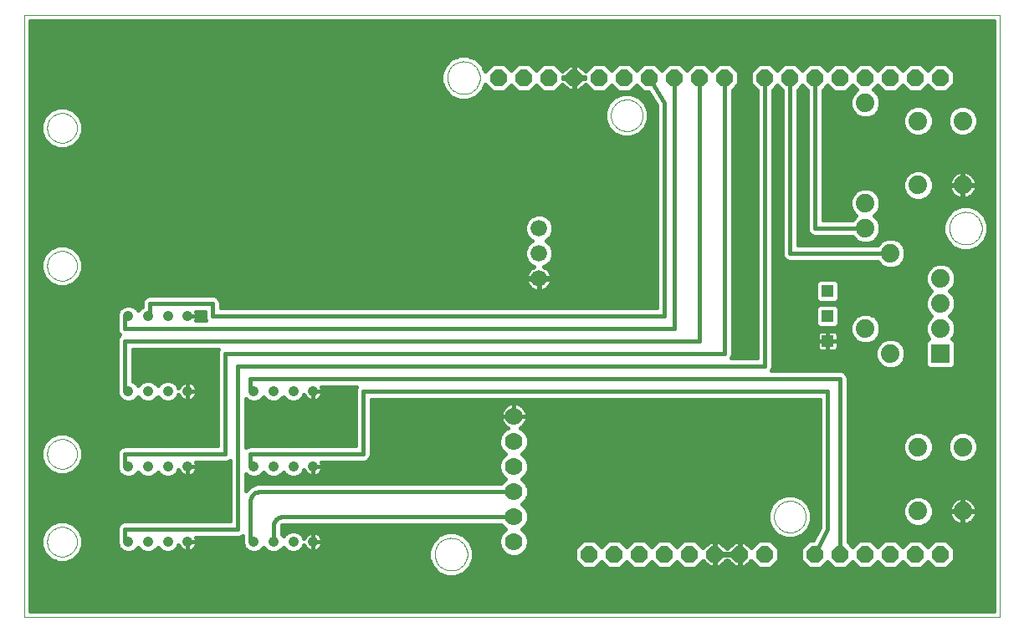
<source format=gtl>
G75*
%MOIN*%
%OFA0B0*%
%FSLAX24Y24*%
%IPPOS*%
%LPD*%
%AMOC8*
5,1,8,0,0,1.08239X$1,22.5*
%
%ADD10C,0.0000*%
%ADD11OC8,0.0660*%
%ADD12R,0.0740X0.0740*%
%ADD13C,0.0740*%
%ADD14C,0.0700*%
%ADD15R,0.0472X0.0472*%
%ADD16C,0.0660*%
%ADD17C,0.0413*%
%ADD18C,0.0160*%
D10*
X000180Y000180D02*
X000180Y024176D01*
X039050Y024176D01*
X039050Y000180D01*
X000180Y000180D01*
X001089Y003180D02*
X001091Y003228D01*
X001097Y003276D01*
X001107Y003323D01*
X001120Y003369D01*
X001138Y003414D01*
X001158Y003458D01*
X001183Y003500D01*
X001211Y003539D01*
X001241Y003576D01*
X001275Y003610D01*
X001312Y003642D01*
X001350Y003671D01*
X001391Y003696D01*
X001434Y003718D01*
X001479Y003736D01*
X001525Y003750D01*
X001572Y003761D01*
X001620Y003768D01*
X001668Y003771D01*
X001716Y003770D01*
X001764Y003765D01*
X001812Y003756D01*
X001858Y003744D01*
X001903Y003727D01*
X001947Y003707D01*
X001989Y003684D01*
X002029Y003657D01*
X002067Y003627D01*
X002102Y003594D01*
X002134Y003558D01*
X002164Y003520D01*
X002190Y003479D01*
X002212Y003436D01*
X002232Y003392D01*
X002247Y003347D01*
X002259Y003300D01*
X002267Y003252D01*
X002271Y003204D01*
X002271Y003156D01*
X002267Y003108D01*
X002259Y003060D01*
X002247Y003013D01*
X002232Y002968D01*
X002212Y002924D01*
X002190Y002881D01*
X002164Y002840D01*
X002134Y002802D01*
X002102Y002766D01*
X002067Y002733D01*
X002029Y002703D01*
X001989Y002676D01*
X001947Y002653D01*
X001903Y002633D01*
X001858Y002616D01*
X001812Y002604D01*
X001764Y002595D01*
X001716Y002590D01*
X001668Y002589D01*
X001620Y002592D01*
X001572Y002599D01*
X001525Y002610D01*
X001479Y002624D01*
X001434Y002642D01*
X001391Y002664D01*
X001350Y002689D01*
X001312Y002718D01*
X001275Y002750D01*
X001241Y002784D01*
X001211Y002821D01*
X001183Y002860D01*
X001158Y002902D01*
X001138Y002946D01*
X001120Y002991D01*
X001107Y003037D01*
X001097Y003084D01*
X001091Y003132D01*
X001089Y003180D01*
X001089Y006680D02*
X001091Y006728D01*
X001097Y006776D01*
X001107Y006823D01*
X001120Y006869D01*
X001138Y006914D01*
X001158Y006958D01*
X001183Y007000D01*
X001211Y007039D01*
X001241Y007076D01*
X001275Y007110D01*
X001312Y007142D01*
X001350Y007171D01*
X001391Y007196D01*
X001434Y007218D01*
X001479Y007236D01*
X001525Y007250D01*
X001572Y007261D01*
X001620Y007268D01*
X001668Y007271D01*
X001716Y007270D01*
X001764Y007265D01*
X001812Y007256D01*
X001858Y007244D01*
X001903Y007227D01*
X001947Y007207D01*
X001989Y007184D01*
X002029Y007157D01*
X002067Y007127D01*
X002102Y007094D01*
X002134Y007058D01*
X002164Y007020D01*
X002190Y006979D01*
X002212Y006936D01*
X002232Y006892D01*
X002247Y006847D01*
X002259Y006800D01*
X002267Y006752D01*
X002271Y006704D01*
X002271Y006656D01*
X002267Y006608D01*
X002259Y006560D01*
X002247Y006513D01*
X002232Y006468D01*
X002212Y006424D01*
X002190Y006381D01*
X002164Y006340D01*
X002134Y006302D01*
X002102Y006266D01*
X002067Y006233D01*
X002029Y006203D01*
X001989Y006176D01*
X001947Y006153D01*
X001903Y006133D01*
X001858Y006116D01*
X001812Y006104D01*
X001764Y006095D01*
X001716Y006090D01*
X001668Y006089D01*
X001620Y006092D01*
X001572Y006099D01*
X001525Y006110D01*
X001479Y006124D01*
X001434Y006142D01*
X001391Y006164D01*
X001350Y006189D01*
X001312Y006218D01*
X001275Y006250D01*
X001241Y006284D01*
X001211Y006321D01*
X001183Y006360D01*
X001158Y006402D01*
X001138Y006446D01*
X001120Y006491D01*
X001107Y006537D01*
X001097Y006584D01*
X001091Y006632D01*
X001089Y006680D01*
X001089Y014180D02*
X001091Y014228D01*
X001097Y014276D01*
X001107Y014323D01*
X001120Y014369D01*
X001138Y014414D01*
X001158Y014458D01*
X001183Y014500D01*
X001211Y014539D01*
X001241Y014576D01*
X001275Y014610D01*
X001312Y014642D01*
X001350Y014671D01*
X001391Y014696D01*
X001434Y014718D01*
X001479Y014736D01*
X001525Y014750D01*
X001572Y014761D01*
X001620Y014768D01*
X001668Y014771D01*
X001716Y014770D01*
X001764Y014765D01*
X001812Y014756D01*
X001858Y014744D01*
X001903Y014727D01*
X001947Y014707D01*
X001989Y014684D01*
X002029Y014657D01*
X002067Y014627D01*
X002102Y014594D01*
X002134Y014558D01*
X002164Y014520D01*
X002190Y014479D01*
X002212Y014436D01*
X002232Y014392D01*
X002247Y014347D01*
X002259Y014300D01*
X002267Y014252D01*
X002271Y014204D01*
X002271Y014156D01*
X002267Y014108D01*
X002259Y014060D01*
X002247Y014013D01*
X002232Y013968D01*
X002212Y013924D01*
X002190Y013881D01*
X002164Y013840D01*
X002134Y013802D01*
X002102Y013766D01*
X002067Y013733D01*
X002029Y013703D01*
X001989Y013676D01*
X001947Y013653D01*
X001903Y013633D01*
X001858Y013616D01*
X001812Y013604D01*
X001764Y013595D01*
X001716Y013590D01*
X001668Y013589D01*
X001620Y013592D01*
X001572Y013599D01*
X001525Y013610D01*
X001479Y013624D01*
X001434Y013642D01*
X001391Y013664D01*
X001350Y013689D01*
X001312Y013718D01*
X001275Y013750D01*
X001241Y013784D01*
X001211Y013821D01*
X001183Y013860D01*
X001158Y013902D01*
X001138Y013946D01*
X001120Y013991D01*
X001107Y014037D01*
X001097Y014084D01*
X001091Y014132D01*
X001089Y014180D01*
X001089Y019680D02*
X001091Y019728D01*
X001097Y019776D01*
X001107Y019823D01*
X001120Y019869D01*
X001138Y019914D01*
X001158Y019958D01*
X001183Y020000D01*
X001211Y020039D01*
X001241Y020076D01*
X001275Y020110D01*
X001312Y020142D01*
X001350Y020171D01*
X001391Y020196D01*
X001434Y020218D01*
X001479Y020236D01*
X001525Y020250D01*
X001572Y020261D01*
X001620Y020268D01*
X001668Y020271D01*
X001716Y020270D01*
X001764Y020265D01*
X001812Y020256D01*
X001858Y020244D01*
X001903Y020227D01*
X001947Y020207D01*
X001989Y020184D01*
X002029Y020157D01*
X002067Y020127D01*
X002102Y020094D01*
X002134Y020058D01*
X002164Y020020D01*
X002190Y019979D01*
X002212Y019936D01*
X002232Y019892D01*
X002247Y019847D01*
X002259Y019800D01*
X002267Y019752D01*
X002271Y019704D01*
X002271Y019656D01*
X002267Y019608D01*
X002259Y019560D01*
X002247Y019513D01*
X002232Y019468D01*
X002212Y019424D01*
X002190Y019381D01*
X002164Y019340D01*
X002134Y019302D01*
X002102Y019266D01*
X002067Y019233D01*
X002029Y019203D01*
X001989Y019176D01*
X001947Y019153D01*
X001903Y019133D01*
X001858Y019116D01*
X001812Y019104D01*
X001764Y019095D01*
X001716Y019090D01*
X001668Y019089D01*
X001620Y019092D01*
X001572Y019099D01*
X001525Y019110D01*
X001479Y019124D01*
X001434Y019142D01*
X001391Y019164D01*
X001350Y019189D01*
X001312Y019218D01*
X001275Y019250D01*
X001241Y019284D01*
X001211Y019321D01*
X001183Y019360D01*
X001158Y019402D01*
X001138Y019446D01*
X001120Y019491D01*
X001107Y019537D01*
X001097Y019584D01*
X001091Y019632D01*
X001089Y019680D01*
X017030Y021680D02*
X017032Y021730D01*
X017038Y021780D01*
X017048Y021830D01*
X017061Y021878D01*
X017078Y021926D01*
X017099Y021972D01*
X017123Y022016D01*
X017151Y022058D01*
X017182Y022098D01*
X017216Y022135D01*
X017253Y022170D01*
X017292Y022201D01*
X017333Y022230D01*
X017377Y022255D01*
X017423Y022277D01*
X017470Y022295D01*
X017518Y022309D01*
X017567Y022320D01*
X017617Y022327D01*
X017667Y022330D01*
X017718Y022329D01*
X017768Y022324D01*
X017818Y022315D01*
X017866Y022303D01*
X017914Y022286D01*
X017960Y022266D01*
X018005Y022243D01*
X018048Y022216D01*
X018088Y022186D01*
X018126Y022153D01*
X018161Y022117D01*
X018194Y022078D01*
X018223Y022037D01*
X018249Y021994D01*
X018272Y021949D01*
X018291Y021902D01*
X018306Y021854D01*
X018318Y021805D01*
X018326Y021755D01*
X018330Y021705D01*
X018330Y021655D01*
X018326Y021605D01*
X018318Y021555D01*
X018306Y021506D01*
X018291Y021458D01*
X018272Y021411D01*
X018249Y021366D01*
X018223Y021323D01*
X018194Y021282D01*
X018161Y021243D01*
X018126Y021207D01*
X018088Y021174D01*
X018048Y021144D01*
X018005Y021117D01*
X017960Y021094D01*
X017914Y021074D01*
X017866Y021057D01*
X017818Y021045D01*
X017768Y021036D01*
X017718Y021031D01*
X017667Y021030D01*
X017617Y021033D01*
X017567Y021040D01*
X017518Y021051D01*
X017470Y021065D01*
X017423Y021083D01*
X017377Y021105D01*
X017333Y021130D01*
X017292Y021159D01*
X017253Y021190D01*
X017216Y021225D01*
X017182Y021262D01*
X017151Y021302D01*
X017123Y021344D01*
X017099Y021388D01*
X017078Y021434D01*
X017061Y021482D01*
X017048Y021530D01*
X017038Y021580D01*
X017032Y021630D01*
X017030Y021680D01*
X023550Y020180D02*
X023552Y020230D01*
X023558Y020280D01*
X023568Y020329D01*
X023582Y020377D01*
X023599Y020424D01*
X023620Y020469D01*
X023645Y020513D01*
X023673Y020554D01*
X023705Y020593D01*
X023739Y020630D01*
X023776Y020664D01*
X023816Y020694D01*
X023858Y020721D01*
X023902Y020745D01*
X023948Y020766D01*
X023995Y020782D01*
X024043Y020795D01*
X024093Y020804D01*
X024142Y020809D01*
X024193Y020810D01*
X024243Y020807D01*
X024292Y020800D01*
X024341Y020789D01*
X024389Y020774D01*
X024435Y020756D01*
X024480Y020734D01*
X024523Y020708D01*
X024564Y020679D01*
X024603Y020647D01*
X024639Y020612D01*
X024671Y020574D01*
X024701Y020534D01*
X024728Y020491D01*
X024751Y020447D01*
X024770Y020401D01*
X024786Y020353D01*
X024798Y020304D01*
X024806Y020255D01*
X024810Y020205D01*
X024810Y020155D01*
X024806Y020105D01*
X024798Y020056D01*
X024786Y020007D01*
X024770Y019959D01*
X024751Y019913D01*
X024728Y019869D01*
X024701Y019826D01*
X024671Y019786D01*
X024639Y019748D01*
X024603Y019713D01*
X024564Y019681D01*
X024523Y019652D01*
X024480Y019626D01*
X024435Y019604D01*
X024389Y019586D01*
X024341Y019571D01*
X024292Y019560D01*
X024243Y019553D01*
X024193Y019550D01*
X024142Y019551D01*
X024093Y019556D01*
X024043Y019565D01*
X023995Y019578D01*
X023948Y019594D01*
X023902Y019615D01*
X023858Y019639D01*
X023816Y019666D01*
X023776Y019696D01*
X023739Y019730D01*
X023705Y019767D01*
X023673Y019806D01*
X023645Y019847D01*
X023620Y019891D01*
X023599Y019936D01*
X023582Y019983D01*
X023568Y020031D01*
X023558Y020080D01*
X023552Y020130D01*
X023550Y020180D01*
X037030Y015680D02*
X037032Y015730D01*
X037038Y015780D01*
X037048Y015830D01*
X037061Y015878D01*
X037078Y015926D01*
X037099Y015972D01*
X037123Y016016D01*
X037151Y016058D01*
X037182Y016098D01*
X037216Y016135D01*
X037253Y016170D01*
X037292Y016201D01*
X037333Y016230D01*
X037377Y016255D01*
X037423Y016277D01*
X037470Y016295D01*
X037518Y016309D01*
X037567Y016320D01*
X037617Y016327D01*
X037667Y016330D01*
X037718Y016329D01*
X037768Y016324D01*
X037818Y016315D01*
X037866Y016303D01*
X037914Y016286D01*
X037960Y016266D01*
X038005Y016243D01*
X038048Y016216D01*
X038088Y016186D01*
X038126Y016153D01*
X038161Y016117D01*
X038194Y016078D01*
X038223Y016037D01*
X038249Y015994D01*
X038272Y015949D01*
X038291Y015902D01*
X038306Y015854D01*
X038318Y015805D01*
X038326Y015755D01*
X038330Y015705D01*
X038330Y015655D01*
X038326Y015605D01*
X038318Y015555D01*
X038306Y015506D01*
X038291Y015458D01*
X038272Y015411D01*
X038249Y015366D01*
X038223Y015323D01*
X038194Y015282D01*
X038161Y015243D01*
X038126Y015207D01*
X038088Y015174D01*
X038048Y015144D01*
X038005Y015117D01*
X037960Y015094D01*
X037914Y015074D01*
X037866Y015057D01*
X037818Y015045D01*
X037768Y015036D01*
X037718Y015031D01*
X037667Y015030D01*
X037617Y015033D01*
X037567Y015040D01*
X037518Y015051D01*
X037470Y015065D01*
X037423Y015083D01*
X037377Y015105D01*
X037333Y015130D01*
X037292Y015159D01*
X037253Y015190D01*
X037216Y015225D01*
X037182Y015262D01*
X037151Y015302D01*
X037123Y015344D01*
X037099Y015388D01*
X037078Y015434D01*
X037061Y015482D01*
X037048Y015530D01*
X037038Y015580D01*
X037032Y015630D01*
X037030Y015680D01*
X030050Y004180D02*
X030052Y004230D01*
X030058Y004280D01*
X030068Y004329D01*
X030082Y004377D01*
X030099Y004424D01*
X030120Y004469D01*
X030145Y004513D01*
X030173Y004554D01*
X030205Y004593D01*
X030239Y004630D01*
X030276Y004664D01*
X030316Y004694D01*
X030358Y004721D01*
X030402Y004745D01*
X030448Y004766D01*
X030495Y004782D01*
X030543Y004795D01*
X030593Y004804D01*
X030642Y004809D01*
X030693Y004810D01*
X030743Y004807D01*
X030792Y004800D01*
X030841Y004789D01*
X030889Y004774D01*
X030935Y004756D01*
X030980Y004734D01*
X031023Y004708D01*
X031064Y004679D01*
X031103Y004647D01*
X031139Y004612D01*
X031171Y004574D01*
X031201Y004534D01*
X031228Y004491D01*
X031251Y004447D01*
X031270Y004401D01*
X031286Y004353D01*
X031298Y004304D01*
X031306Y004255D01*
X031310Y004205D01*
X031310Y004155D01*
X031306Y004105D01*
X031298Y004056D01*
X031286Y004007D01*
X031270Y003959D01*
X031251Y003913D01*
X031228Y003869D01*
X031201Y003826D01*
X031171Y003786D01*
X031139Y003748D01*
X031103Y003713D01*
X031064Y003681D01*
X031023Y003652D01*
X030980Y003626D01*
X030935Y003604D01*
X030889Y003586D01*
X030841Y003571D01*
X030792Y003560D01*
X030743Y003553D01*
X030693Y003550D01*
X030642Y003551D01*
X030593Y003556D01*
X030543Y003565D01*
X030495Y003578D01*
X030448Y003594D01*
X030402Y003615D01*
X030358Y003639D01*
X030316Y003666D01*
X030276Y003696D01*
X030239Y003730D01*
X030205Y003767D01*
X030173Y003806D01*
X030145Y003847D01*
X030120Y003891D01*
X030099Y003936D01*
X030082Y003983D01*
X030068Y004031D01*
X030058Y004080D01*
X030052Y004130D01*
X030050Y004180D01*
X016530Y002680D02*
X016532Y002730D01*
X016538Y002780D01*
X016548Y002830D01*
X016561Y002878D01*
X016578Y002926D01*
X016599Y002972D01*
X016623Y003016D01*
X016651Y003058D01*
X016682Y003098D01*
X016716Y003135D01*
X016753Y003170D01*
X016792Y003201D01*
X016833Y003230D01*
X016877Y003255D01*
X016923Y003277D01*
X016970Y003295D01*
X017018Y003309D01*
X017067Y003320D01*
X017117Y003327D01*
X017167Y003330D01*
X017218Y003329D01*
X017268Y003324D01*
X017318Y003315D01*
X017366Y003303D01*
X017414Y003286D01*
X017460Y003266D01*
X017505Y003243D01*
X017548Y003216D01*
X017588Y003186D01*
X017626Y003153D01*
X017661Y003117D01*
X017694Y003078D01*
X017723Y003037D01*
X017749Y002994D01*
X017772Y002949D01*
X017791Y002902D01*
X017806Y002854D01*
X017818Y002805D01*
X017826Y002755D01*
X017830Y002705D01*
X017830Y002655D01*
X017826Y002605D01*
X017818Y002555D01*
X017806Y002506D01*
X017791Y002458D01*
X017772Y002411D01*
X017749Y002366D01*
X017723Y002323D01*
X017694Y002282D01*
X017661Y002243D01*
X017626Y002207D01*
X017588Y002174D01*
X017548Y002144D01*
X017505Y002117D01*
X017460Y002094D01*
X017414Y002074D01*
X017366Y002057D01*
X017318Y002045D01*
X017268Y002036D01*
X017218Y002031D01*
X017167Y002030D01*
X017117Y002033D01*
X017067Y002040D01*
X017018Y002051D01*
X016970Y002065D01*
X016923Y002083D01*
X016877Y002105D01*
X016833Y002130D01*
X016792Y002159D01*
X016753Y002190D01*
X016716Y002225D01*
X016682Y002262D01*
X016651Y002302D01*
X016623Y002344D01*
X016599Y002388D01*
X016578Y002434D01*
X016561Y002482D01*
X016548Y002530D01*
X016538Y002580D01*
X016532Y002630D01*
X016530Y002680D01*
D11*
X022680Y002680D03*
X023680Y002680D03*
X024680Y002680D03*
X025680Y002680D03*
X026680Y002680D03*
X027680Y002680D03*
X028680Y002680D03*
X029680Y002680D03*
X031680Y002680D03*
X032680Y002680D03*
X033680Y002680D03*
X034680Y002680D03*
X035680Y002680D03*
X036680Y002680D03*
X036680Y021680D03*
X035680Y021680D03*
X034680Y021680D03*
X033680Y021680D03*
X032680Y021680D03*
X031680Y021680D03*
X030680Y021680D03*
X029680Y021680D03*
X028080Y021680D03*
X027080Y021680D03*
X026080Y021680D03*
X025080Y021680D03*
X024080Y021680D03*
X023080Y021680D03*
X022080Y021680D03*
X021080Y021680D03*
X020080Y021680D03*
X019080Y021680D03*
D12*
X036680Y010680D03*
D13*
X036680Y011680D03*
X036680Y012680D03*
X036680Y013680D03*
X034680Y014680D03*
X033680Y015680D03*
X033680Y016680D03*
X035790Y017400D03*
X037570Y017400D03*
X037570Y019960D03*
X035790Y019960D03*
X033680Y020680D03*
X033680Y011680D03*
X034680Y010680D03*
X035790Y006960D03*
X037570Y006960D03*
X037570Y004400D03*
X035790Y004400D03*
D14*
X019680Y004180D03*
X019680Y003180D03*
X019680Y005180D03*
X019680Y006180D03*
X019680Y007180D03*
X019680Y008180D03*
D15*
X032180Y011180D03*
X032180Y012180D03*
X032180Y013180D03*
D16*
X020680Y013680D03*
X020680Y014680D03*
X020680Y015680D03*
D17*
X011680Y009180D03*
X010893Y009180D03*
X010105Y009180D03*
X009318Y009180D03*
X006680Y009180D03*
X005893Y009180D03*
X005105Y009180D03*
X004318Y009180D03*
X004318Y006180D03*
X005105Y006180D03*
X005893Y006180D03*
X006680Y006180D03*
X009318Y006180D03*
X010105Y006180D03*
X010893Y006180D03*
X011680Y006180D03*
X011680Y003180D03*
X010893Y003180D03*
X010105Y003180D03*
X009318Y003180D03*
X006680Y003180D03*
X005893Y003180D03*
X005105Y003180D03*
X004318Y003180D03*
X004318Y012180D03*
X005105Y012180D03*
X005893Y012180D03*
X006680Y012180D03*
D18*
X007067Y012180D01*
X007067Y012218D01*
X007052Y012293D01*
X007024Y012360D01*
X007360Y012360D01*
X007360Y012116D01*
X007408Y012000D01*
X007024Y012000D01*
X007052Y012067D01*
X007067Y012142D01*
X007067Y012180D01*
X006680Y012180D01*
X006680Y012180D01*
X007065Y012226D02*
X007360Y012226D01*
X007380Y012068D02*
X007052Y012068D01*
X007680Y012180D02*
X025680Y012180D01*
X025680Y020680D01*
X025080Y021680D01*
X024693Y021261D02*
X024467Y021261D01*
X024580Y021374D02*
X024844Y021110D01*
X025049Y021110D01*
X025360Y020591D01*
X025360Y012500D01*
X008000Y012500D01*
X008000Y012744D01*
X007951Y012861D01*
X007861Y012951D01*
X007744Y013000D01*
X005116Y013000D01*
X004999Y012951D01*
X004909Y012861D01*
X004860Y012744D01*
X004860Y012562D01*
X004852Y012559D01*
X004727Y012433D01*
X004711Y012397D01*
X004696Y012433D01*
X004571Y012559D01*
X004407Y012627D01*
X004229Y012627D01*
X004065Y012559D01*
X003939Y012433D01*
X003910Y012362D01*
X003909Y012361D01*
X003860Y012244D01*
X003860Y011616D01*
X003909Y011499D01*
X003977Y011430D01*
X003909Y011361D01*
X003860Y011244D01*
X003860Y009116D01*
X003909Y008999D01*
X003910Y008998D01*
X003939Y008927D01*
X004065Y008801D01*
X004229Y008733D01*
X004407Y008733D01*
X004571Y008801D01*
X004696Y008927D01*
X004711Y008963D01*
X004727Y008927D01*
X004852Y008801D01*
X005016Y008733D01*
X005194Y008733D01*
X005358Y008801D01*
X005484Y008927D01*
X005499Y008963D01*
X005514Y008927D01*
X005640Y008801D01*
X005804Y008733D01*
X005981Y008733D01*
X006146Y008801D01*
X006271Y008927D01*
X006319Y009042D01*
X006337Y008997D01*
X006380Y008933D01*
X006433Y008880D01*
X006497Y008837D01*
X006567Y008808D01*
X006642Y008793D01*
X006680Y008793D01*
X006718Y008793D01*
X006793Y008808D01*
X006863Y008837D01*
X006927Y008880D01*
X006980Y008933D01*
X007023Y008997D01*
X007052Y009067D01*
X007067Y009142D01*
X007067Y009180D01*
X007067Y009218D01*
X007052Y009293D01*
X007023Y009363D01*
X006980Y009427D01*
X006927Y009480D01*
X006863Y009523D01*
X006793Y009552D01*
X006718Y009567D01*
X006680Y009567D01*
X006642Y009567D01*
X006567Y009552D01*
X006497Y009523D01*
X006433Y009480D01*
X006380Y009427D01*
X006337Y009363D01*
X006319Y009318D01*
X006271Y009433D01*
X006146Y009559D01*
X005981Y009627D01*
X005804Y009627D01*
X005640Y009559D01*
X005514Y009433D01*
X005499Y009397D01*
X005484Y009433D01*
X005358Y009559D01*
X005194Y009627D01*
X005016Y009627D01*
X004852Y009559D01*
X004727Y009433D01*
X004711Y009397D01*
X004696Y009433D01*
X004571Y009559D01*
X004500Y009588D01*
X004500Y010860D01*
X007908Y010860D01*
X007860Y010744D01*
X007860Y007000D01*
X004116Y007000D01*
X003999Y006951D01*
X003909Y006861D01*
X003860Y006744D01*
X003860Y006116D01*
X003909Y005999D01*
X003910Y005998D01*
X003939Y005927D01*
X004065Y005801D01*
X004229Y005733D01*
X004407Y005733D01*
X004571Y005801D01*
X004696Y005927D01*
X004711Y005963D01*
X004727Y005927D01*
X004852Y005801D01*
X005016Y005733D01*
X005194Y005733D01*
X005358Y005801D01*
X005484Y005927D01*
X005499Y005963D01*
X005514Y005927D01*
X005640Y005801D01*
X005804Y005733D01*
X005981Y005733D01*
X006146Y005801D01*
X006271Y005927D01*
X006319Y006042D01*
X006337Y005997D01*
X006380Y005933D01*
X006433Y005880D01*
X006497Y005837D01*
X006567Y005808D01*
X006642Y005793D01*
X006680Y005793D01*
X006718Y005793D01*
X006793Y005808D01*
X006863Y005837D01*
X006927Y005880D01*
X006980Y005933D01*
X007023Y005997D01*
X007052Y006067D01*
X007067Y006142D01*
X007067Y006180D01*
X007067Y006218D01*
X007052Y006293D01*
X007024Y006360D01*
X008244Y006360D01*
X008360Y006408D01*
X008360Y004000D01*
X004116Y004000D01*
X003999Y003951D01*
X003909Y003861D01*
X003860Y003744D01*
X003860Y003116D01*
X003909Y002999D01*
X003910Y002998D01*
X003939Y002927D01*
X004065Y002801D01*
X004229Y002733D01*
X004407Y002733D01*
X004571Y002801D01*
X004696Y002927D01*
X004711Y002963D01*
X004727Y002927D01*
X004852Y002801D01*
X005016Y002733D01*
X005194Y002733D01*
X005358Y002801D01*
X005484Y002927D01*
X005499Y002963D01*
X005514Y002927D01*
X005640Y002801D01*
X005804Y002733D01*
X005981Y002733D01*
X006146Y002801D01*
X006271Y002927D01*
X006319Y003042D01*
X006337Y002997D01*
X006380Y002933D01*
X006433Y002880D01*
X006497Y002837D01*
X006567Y002808D01*
X006642Y002793D01*
X006680Y002793D01*
X006718Y002793D01*
X006793Y002808D01*
X006863Y002837D01*
X006927Y002880D01*
X006980Y002933D01*
X007023Y002997D01*
X007052Y003067D01*
X007067Y003142D01*
X007067Y003180D01*
X007067Y003218D01*
X007052Y003293D01*
X007024Y003360D01*
X008744Y003360D01*
X008860Y003408D01*
X008860Y003116D01*
X008909Y002999D01*
X008910Y002998D01*
X008939Y002927D01*
X009065Y002801D01*
X009229Y002733D01*
X009407Y002733D01*
X009571Y002801D01*
X009696Y002927D01*
X009711Y002963D01*
X009727Y002927D01*
X009852Y002801D01*
X010016Y002733D01*
X010194Y002733D01*
X010358Y002801D01*
X010484Y002927D01*
X010499Y002963D01*
X010514Y002927D01*
X010640Y002801D01*
X010804Y002733D01*
X010981Y002733D01*
X011146Y002801D01*
X011271Y002927D01*
X011319Y003042D01*
X011337Y002997D01*
X011380Y002933D01*
X011433Y002880D01*
X011497Y002837D01*
X011567Y002808D01*
X011642Y002793D01*
X011680Y002793D01*
X011718Y002793D01*
X011793Y002808D01*
X011863Y002837D01*
X011927Y002880D01*
X011980Y002933D01*
X012023Y002997D01*
X012052Y003067D01*
X012067Y003142D01*
X012067Y003180D01*
X012067Y003218D01*
X012052Y003293D01*
X012023Y003363D01*
X011980Y003427D01*
X011927Y003480D01*
X011863Y003523D01*
X011793Y003552D01*
X011718Y003567D01*
X011680Y003567D01*
X011642Y003567D01*
X011567Y003552D01*
X011497Y003523D01*
X011433Y003480D01*
X011380Y003427D01*
X011337Y003363D01*
X011319Y003318D01*
X011271Y003433D01*
X011146Y003559D01*
X010981Y003627D01*
X010804Y003627D01*
X010640Y003559D01*
X010514Y003433D01*
X010499Y003397D01*
X010484Y003433D01*
X010425Y003492D01*
X010425Y003786D01*
X010427Y003801D01*
X010438Y003827D01*
X010458Y003848D01*
X010485Y003859D01*
X010499Y003860D01*
X019174Y003860D01*
X019180Y003846D01*
X019346Y003680D01*
X019180Y003514D01*
X019090Y003297D01*
X019090Y003063D01*
X019180Y002846D01*
X019346Y002680D01*
X019563Y002590D01*
X019797Y002590D01*
X020014Y002680D01*
X020180Y002846D01*
X020270Y003063D01*
X020270Y003297D01*
X020180Y003514D01*
X020014Y003680D01*
X020180Y003846D01*
X020270Y004063D01*
X020270Y004297D01*
X020180Y004514D01*
X020014Y004680D01*
X020180Y004846D01*
X020270Y005063D01*
X020270Y005297D01*
X020180Y005514D01*
X020014Y005680D01*
X020180Y005846D01*
X020270Y006063D01*
X020270Y006297D01*
X020180Y006514D01*
X020014Y006680D01*
X020180Y006846D01*
X020270Y007063D01*
X020270Y007297D01*
X020180Y007514D01*
X020014Y007680D01*
X019933Y007714D01*
X019958Y007727D01*
X020025Y007776D01*
X020084Y007835D01*
X020133Y007902D01*
X020171Y007977D01*
X020197Y008056D01*
X020210Y008138D01*
X020210Y008180D01*
X020210Y008222D01*
X020197Y008304D01*
X020171Y008383D01*
X020133Y008458D01*
X020084Y008525D01*
X020025Y008584D01*
X019958Y008633D01*
X019883Y008671D01*
X019804Y008697D01*
X019722Y008710D01*
X019680Y008710D01*
X019680Y008180D01*
X019680Y008180D01*
X020210Y008180D01*
X019680Y008180D01*
X019680Y008180D01*
X019680Y008180D01*
X019150Y008180D01*
X019150Y008222D01*
X019163Y008304D01*
X019189Y008383D01*
X019227Y008458D01*
X019276Y008525D01*
X019335Y008584D01*
X019402Y008633D01*
X019477Y008671D01*
X019556Y008697D01*
X019638Y008710D01*
X019680Y008710D01*
X019680Y008180D01*
X019150Y008180D01*
X019150Y008138D01*
X019163Y008056D01*
X019189Y007977D01*
X019227Y007902D01*
X019276Y007835D01*
X019335Y007776D01*
X019402Y007727D01*
X019427Y007714D01*
X019346Y007680D01*
X019180Y007514D01*
X019090Y007297D01*
X019090Y007063D01*
X019180Y006846D01*
X019346Y006680D01*
X019180Y006514D01*
X019090Y006297D01*
X019090Y006063D01*
X019180Y005846D01*
X019346Y005680D01*
X019180Y005514D01*
X019174Y005500D01*
X009432Y005500D01*
X009169Y005391D01*
X009000Y005222D01*
X009000Y005866D01*
X009065Y005801D01*
X009229Y005733D01*
X009407Y005733D01*
X009571Y005801D01*
X009696Y005927D01*
X009711Y005963D01*
X009727Y005927D01*
X009852Y005801D01*
X010016Y005733D01*
X010194Y005733D01*
X010358Y005801D01*
X010484Y005927D01*
X010499Y005963D01*
X010514Y005927D01*
X010640Y005801D01*
X010804Y005733D01*
X010981Y005733D01*
X011146Y005801D01*
X011271Y005927D01*
X011319Y006042D01*
X011337Y005997D01*
X011380Y005933D01*
X011433Y005880D01*
X011497Y005837D01*
X011567Y005808D01*
X011642Y005793D01*
X011680Y005793D01*
X011718Y005793D01*
X011793Y005808D01*
X011863Y005837D01*
X011927Y005880D01*
X011980Y005933D01*
X012023Y005997D01*
X012052Y006067D01*
X012067Y006142D01*
X012067Y006180D01*
X012067Y006218D01*
X012052Y006293D01*
X012024Y006360D01*
X013744Y006360D01*
X013861Y006409D01*
X013951Y006499D01*
X014000Y006616D01*
X014000Y008860D01*
X031860Y008860D01*
X031860Y003756D01*
X031607Y003250D01*
X031444Y003250D01*
X031110Y002916D01*
X031110Y002444D01*
X031444Y002110D01*
X031916Y002110D01*
X032180Y002374D01*
X032444Y002110D01*
X032916Y002110D01*
X033180Y002374D01*
X033444Y002110D01*
X033916Y002110D01*
X034180Y002374D01*
X034444Y002110D01*
X034916Y002110D01*
X035180Y002374D01*
X035444Y002110D01*
X035916Y002110D01*
X036180Y002374D01*
X036444Y002110D01*
X036916Y002110D01*
X037250Y002444D01*
X037250Y002916D01*
X036916Y003250D01*
X036444Y003250D01*
X036180Y002986D01*
X035916Y003250D01*
X035444Y003250D01*
X035180Y002986D01*
X034916Y003250D01*
X034444Y003250D01*
X034180Y002986D01*
X033916Y003250D01*
X033444Y003250D01*
X033180Y002986D01*
X033000Y003166D01*
X033000Y009744D01*
X032951Y009861D01*
X032861Y009951D01*
X032744Y010000D01*
X029952Y010000D01*
X030000Y010116D01*
X030000Y021194D01*
X030180Y021374D01*
X030360Y021194D01*
X030360Y014616D01*
X030409Y014499D01*
X030499Y014409D01*
X030616Y014360D01*
X034152Y014360D01*
X034163Y014334D01*
X034334Y014163D01*
X034559Y014070D01*
X034801Y014070D01*
X035026Y014163D01*
X035197Y014334D01*
X035290Y014559D01*
X035290Y014801D01*
X035197Y015026D01*
X035026Y015197D01*
X034801Y015290D01*
X034559Y015290D01*
X034334Y015197D01*
X034163Y015026D01*
X034152Y015000D01*
X031000Y015000D01*
X031000Y021194D01*
X031180Y021374D01*
X031360Y021194D01*
X031360Y015616D01*
X031409Y015499D01*
X031499Y015409D01*
X031616Y015360D01*
X033152Y015360D01*
X033163Y015334D01*
X033334Y015163D01*
X033559Y015070D01*
X033801Y015070D01*
X034026Y015163D01*
X034197Y015334D01*
X034290Y015559D01*
X034290Y015801D01*
X034197Y016026D01*
X034043Y016180D01*
X034197Y016334D01*
X034290Y016559D01*
X034290Y016801D01*
X034197Y017026D01*
X034026Y017197D01*
X033801Y017290D01*
X033559Y017290D01*
X033334Y017197D01*
X033163Y017026D01*
X033070Y016801D01*
X033070Y016559D01*
X033163Y016334D01*
X033317Y016180D01*
X033163Y016026D01*
X033152Y016000D01*
X032000Y016000D01*
X032000Y021194D01*
X032180Y021374D01*
X032444Y021110D01*
X032916Y021110D01*
X033180Y021374D01*
X033350Y021204D01*
X033334Y021197D01*
X033163Y021026D01*
X033070Y020801D01*
X033070Y020559D01*
X033163Y020334D01*
X033334Y020163D01*
X033559Y020070D01*
X033801Y020070D01*
X034026Y020163D01*
X034197Y020334D01*
X034290Y020559D01*
X034290Y020801D01*
X034197Y021026D01*
X034026Y021197D01*
X034010Y021204D01*
X034180Y021374D01*
X034444Y021110D01*
X034916Y021110D01*
X035180Y021374D01*
X035444Y021110D01*
X035916Y021110D01*
X036180Y021374D01*
X036444Y021110D01*
X036916Y021110D01*
X037250Y021444D01*
X037250Y021916D01*
X036916Y022250D01*
X036444Y022250D01*
X036180Y021986D01*
X035916Y022250D01*
X035444Y022250D01*
X035180Y021986D01*
X034916Y022250D01*
X034444Y022250D01*
X034180Y021986D01*
X033916Y022250D01*
X033444Y022250D01*
X033180Y021986D01*
X032916Y022250D01*
X032444Y022250D01*
X032180Y021986D01*
X031916Y022250D01*
X031444Y022250D01*
X031180Y021986D01*
X030916Y022250D01*
X030444Y022250D01*
X030180Y021986D01*
X029916Y022250D01*
X029444Y022250D01*
X029110Y021916D01*
X029110Y021444D01*
X029360Y021194D01*
X029360Y010500D01*
X028352Y010500D01*
X028400Y010616D01*
X028400Y021194D01*
X028650Y021444D01*
X028650Y021916D01*
X028316Y022250D01*
X027844Y022250D01*
X027580Y021986D01*
X027316Y022250D01*
X026844Y022250D01*
X026580Y021986D01*
X026316Y022250D01*
X025844Y022250D01*
X025580Y021986D01*
X025316Y022250D01*
X024844Y022250D01*
X024580Y021986D01*
X024316Y022250D01*
X023844Y022250D01*
X023580Y021986D01*
X023316Y022250D01*
X022844Y022250D01*
X022538Y021944D01*
X022291Y022190D01*
X022098Y022190D01*
X022098Y021698D01*
X022062Y021698D01*
X022062Y022190D01*
X021869Y022190D01*
X021622Y021944D01*
X021316Y022250D01*
X020844Y022250D01*
X020580Y021986D01*
X020316Y022250D01*
X019844Y022250D01*
X019580Y021986D01*
X019316Y022250D01*
X018844Y022250D01*
X018535Y021941D01*
X018434Y022184D01*
X018184Y022434D01*
X017857Y022570D01*
X017503Y022570D01*
X017176Y022434D01*
X016926Y022184D01*
X016790Y021857D01*
X016790Y021503D01*
X016926Y021176D01*
X017176Y020926D01*
X017503Y020790D01*
X017857Y020790D01*
X018184Y020926D01*
X018434Y021176D01*
X018535Y021419D01*
X018535Y021419D01*
X018844Y021110D01*
X019316Y021110D01*
X019580Y021374D01*
X019844Y021110D01*
X020316Y021110D01*
X020580Y021374D01*
X020844Y021110D01*
X021316Y021110D01*
X021622Y021416D01*
X021869Y021170D01*
X022062Y021170D01*
X022062Y021662D01*
X022098Y021662D01*
X022098Y021170D01*
X022291Y021170D01*
X022538Y021416D01*
X022844Y021110D01*
X023316Y021110D01*
X023580Y021374D01*
X023844Y021110D01*
X024316Y021110D01*
X024580Y021374D01*
X024353Y021050D02*
X024007Y021050D01*
X023687Y020917D01*
X023443Y020673D01*
X023310Y020353D01*
X023310Y020007D01*
X023443Y019687D01*
X023687Y019443D01*
X024007Y019310D01*
X024353Y019310D01*
X024673Y019443D01*
X024917Y019687D01*
X025050Y020007D01*
X025050Y020353D01*
X024917Y020673D01*
X024673Y020917D01*
X024353Y021050D01*
X024610Y020944D02*
X025149Y020944D01*
X025054Y021102D02*
X018360Y021102D01*
X018469Y021261D02*
X018693Y021261D01*
X018202Y020944D02*
X023750Y020944D01*
X023555Y020785D02*
X000420Y020785D01*
X000420Y020627D02*
X023423Y020627D01*
X023358Y020468D02*
X001948Y020468D01*
X001845Y020511D02*
X001515Y020511D01*
X001210Y020384D01*
X000976Y020150D01*
X000849Y019845D01*
X000849Y019515D01*
X000976Y019210D01*
X001210Y018976D01*
X001515Y018849D01*
X001845Y018849D01*
X002150Y018976D01*
X002384Y019210D01*
X002511Y019515D01*
X002511Y019845D01*
X002384Y020150D01*
X002150Y020384D01*
X001845Y020511D01*
X002225Y020310D02*
X023310Y020310D01*
X023310Y020151D02*
X002384Y020151D01*
X002450Y019993D02*
X023316Y019993D01*
X023382Y019834D02*
X002511Y019834D01*
X002511Y019676D02*
X023454Y019676D01*
X023613Y019517D02*
X002511Y019517D01*
X002446Y019359D02*
X023890Y019359D01*
X024470Y019359D02*
X025360Y019359D01*
X025360Y019517D02*
X024747Y019517D01*
X024906Y019676D02*
X025360Y019676D01*
X025360Y019834D02*
X024978Y019834D01*
X025044Y019993D02*
X025360Y019993D01*
X025360Y020151D02*
X025050Y020151D01*
X025050Y020310D02*
X025360Y020310D01*
X025360Y020468D02*
X025002Y020468D01*
X024937Y020627D02*
X025339Y020627D01*
X025244Y020785D02*
X024805Y020785D01*
X023693Y021261D02*
X023467Y021261D01*
X022693Y021261D02*
X022382Y021261D01*
X022098Y021261D02*
X022062Y021261D01*
X022062Y021419D02*
X022098Y021419D01*
X022098Y021578D02*
X022062Y021578D01*
X022062Y021662D02*
X021650Y021662D01*
X021650Y021698D01*
X022062Y021698D01*
X022062Y021662D01*
X022098Y021662D02*
X022098Y021698D01*
X022510Y021698D01*
X022510Y021662D01*
X022098Y021662D01*
X022098Y021736D02*
X022062Y021736D01*
X022062Y021895D02*
X022098Y021895D01*
X022098Y022053D02*
X022062Y022053D01*
X021732Y022053D02*
X021513Y022053D01*
X021355Y022212D02*
X022805Y022212D01*
X022647Y022053D02*
X022428Y022053D01*
X023355Y022212D02*
X023805Y022212D01*
X023647Y022053D02*
X023513Y022053D01*
X024355Y022212D02*
X024805Y022212D01*
X024647Y022053D02*
X024513Y022053D01*
X025355Y022212D02*
X025805Y022212D01*
X025647Y022053D02*
X025513Y022053D01*
X026080Y021680D02*
X026080Y011680D01*
X004180Y011680D01*
X004180Y012180D01*
X004318Y012180D01*
X003919Y012385D02*
X000420Y012385D01*
X000420Y012543D02*
X004049Y012543D01*
X003860Y012226D02*
X000420Y012226D01*
X000420Y012068D02*
X003860Y012068D01*
X003860Y011909D02*
X000420Y011909D01*
X000420Y011751D02*
X003860Y011751D01*
X003870Y011592D02*
X000420Y011592D01*
X000420Y011434D02*
X003974Y011434D01*
X003873Y011275D02*
X000420Y011275D01*
X000420Y011117D02*
X003860Y011117D01*
X003860Y010958D02*
X000420Y010958D01*
X000420Y010800D02*
X003860Y010800D01*
X003860Y010641D02*
X000420Y010641D01*
X000420Y010483D02*
X003860Y010483D01*
X003860Y010324D02*
X000420Y010324D01*
X000420Y010166D02*
X003860Y010166D01*
X003860Y010007D02*
X000420Y010007D01*
X000420Y009849D02*
X003860Y009849D01*
X003860Y009690D02*
X000420Y009690D01*
X000420Y009532D02*
X003860Y009532D01*
X003860Y009373D02*
X000420Y009373D01*
X000420Y009215D02*
X003860Y009215D01*
X003885Y009056D02*
X000420Y009056D01*
X000420Y008898D02*
X003969Y008898D01*
X004215Y008739D02*
X000420Y008739D01*
X000420Y008581D02*
X007860Y008581D01*
X007860Y008739D02*
X005995Y008739D01*
X005790Y008739D02*
X005208Y008739D01*
X005003Y008739D02*
X004420Y008739D01*
X004667Y008898D02*
X004756Y008898D01*
X005454Y008898D02*
X005543Y008898D01*
X006242Y008898D02*
X006416Y008898D01*
X006680Y008898D02*
X006680Y008898D01*
X006680Y008793D02*
X006680Y009180D01*
X006680Y009180D01*
X006680Y009567D01*
X006680Y009180D01*
X007067Y009180D01*
X006680Y009180D01*
X006680Y009180D01*
X006680Y009180D01*
X006680Y008793D01*
X006680Y009056D02*
X006680Y009056D01*
X006680Y009215D02*
X006680Y009215D01*
X006680Y009373D02*
X006680Y009373D01*
X006680Y009532D02*
X006680Y009532D01*
X006518Y009532D02*
X006173Y009532D01*
X006296Y009373D02*
X006344Y009373D01*
X006842Y009532D02*
X007860Y009532D01*
X007860Y009690D02*
X004500Y009690D01*
X004500Y009849D02*
X007860Y009849D01*
X007860Y010007D02*
X004500Y010007D01*
X004500Y010166D02*
X007860Y010166D01*
X007860Y010324D02*
X004500Y010324D01*
X004500Y010483D02*
X007860Y010483D01*
X007860Y010641D02*
X004500Y010641D01*
X004500Y010800D02*
X007883Y010800D01*
X008180Y010680D02*
X028080Y010680D01*
X028080Y021680D01*
X028467Y021261D02*
X029293Y021261D01*
X029360Y021102D02*
X028400Y021102D01*
X028400Y020944D02*
X029360Y020944D01*
X029360Y020785D02*
X028400Y020785D01*
X028400Y020627D02*
X029360Y020627D01*
X029360Y020468D02*
X028400Y020468D01*
X028400Y020310D02*
X029360Y020310D01*
X029360Y020151D02*
X028400Y020151D01*
X028400Y019993D02*
X029360Y019993D01*
X029360Y019834D02*
X028400Y019834D01*
X028400Y019676D02*
X029360Y019676D01*
X029360Y019517D02*
X028400Y019517D01*
X028400Y019359D02*
X029360Y019359D01*
X029360Y019200D02*
X028400Y019200D01*
X028400Y019042D02*
X029360Y019042D01*
X029360Y018883D02*
X028400Y018883D01*
X028400Y018725D02*
X029360Y018725D01*
X029360Y018566D02*
X028400Y018566D01*
X028400Y018408D02*
X029360Y018408D01*
X029360Y018249D02*
X028400Y018249D01*
X028400Y018091D02*
X029360Y018091D01*
X029360Y017932D02*
X028400Y017932D01*
X028400Y017774D02*
X029360Y017774D01*
X029360Y017615D02*
X028400Y017615D01*
X028400Y017457D02*
X029360Y017457D01*
X029360Y017298D02*
X028400Y017298D01*
X028400Y017140D02*
X029360Y017140D01*
X029360Y016981D02*
X028400Y016981D01*
X028400Y016823D02*
X029360Y016823D01*
X029360Y016664D02*
X028400Y016664D01*
X028400Y016506D02*
X029360Y016506D01*
X029360Y016347D02*
X028400Y016347D01*
X028400Y016189D02*
X029360Y016189D01*
X029360Y016030D02*
X028400Y016030D01*
X028400Y015872D02*
X029360Y015872D01*
X029360Y015713D02*
X028400Y015713D01*
X028400Y015555D02*
X029360Y015555D01*
X029360Y015396D02*
X028400Y015396D01*
X028400Y015238D02*
X029360Y015238D01*
X029360Y015079D02*
X028400Y015079D01*
X028400Y014921D02*
X029360Y014921D01*
X029360Y014762D02*
X028400Y014762D01*
X028400Y014604D02*
X029360Y014604D01*
X029360Y014445D02*
X028400Y014445D01*
X028400Y014287D02*
X029360Y014287D01*
X029360Y014128D02*
X028400Y014128D01*
X028400Y013970D02*
X029360Y013970D01*
X029360Y013811D02*
X028400Y013811D01*
X028400Y013653D02*
X029360Y013653D01*
X029360Y013494D02*
X028400Y013494D01*
X028400Y013336D02*
X029360Y013336D01*
X029360Y013177D02*
X028400Y013177D01*
X028400Y013019D02*
X029360Y013019D01*
X029360Y012860D02*
X028400Y012860D01*
X028400Y012702D02*
X029360Y012702D01*
X029360Y012543D02*
X028400Y012543D01*
X028400Y012385D02*
X029360Y012385D01*
X029360Y012226D02*
X028400Y012226D01*
X028400Y012068D02*
X029360Y012068D01*
X029360Y011909D02*
X028400Y011909D01*
X028400Y011751D02*
X029360Y011751D01*
X029360Y011592D02*
X028400Y011592D01*
X028400Y011434D02*
X029360Y011434D01*
X029360Y011275D02*
X028400Y011275D01*
X028400Y011117D02*
X029360Y011117D01*
X029360Y010958D02*
X028400Y010958D01*
X028400Y010800D02*
X029360Y010800D01*
X029360Y010641D02*
X028400Y010641D01*
X029680Y010180D02*
X029680Y021680D01*
X030067Y021261D02*
X030293Y021261D01*
X030360Y021102D02*
X030000Y021102D01*
X030000Y020944D02*
X030360Y020944D01*
X030360Y020785D02*
X030000Y020785D01*
X030000Y020627D02*
X030360Y020627D01*
X030360Y020468D02*
X030000Y020468D01*
X030000Y020310D02*
X030360Y020310D01*
X030360Y020151D02*
X030000Y020151D01*
X030000Y019993D02*
X030360Y019993D01*
X030360Y019834D02*
X030000Y019834D01*
X030000Y019676D02*
X030360Y019676D01*
X030360Y019517D02*
X030000Y019517D01*
X030000Y019359D02*
X030360Y019359D01*
X030360Y019200D02*
X030000Y019200D01*
X030000Y019042D02*
X030360Y019042D01*
X030360Y018883D02*
X030000Y018883D01*
X030000Y018725D02*
X030360Y018725D01*
X030360Y018566D02*
X030000Y018566D01*
X030000Y018408D02*
X030360Y018408D01*
X030360Y018249D02*
X030000Y018249D01*
X030000Y018091D02*
X030360Y018091D01*
X030360Y017932D02*
X030000Y017932D01*
X030000Y017774D02*
X030360Y017774D01*
X030360Y017615D02*
X030000Y017615D01*
X030000Y017457D02*
X030360Y017457D01*
X030360Y017298D02*
X030000Y017298D01*
X030000Y017140D02*
X030360Y017140D01*
X030360Y016981D02*
X030000Y016981D01*
X030000Y016823D02*
X030360Y016823D01*
X030360Y016664D02*
X030000Y016664D01*
X030000Y016506D02*
X030360Y016506D01*
X030360Y016347D02*
X030000Y016347D01*
X030000Y016189D02*
X030360Y016189D01*
X030360Y016030D02*
X030000Y016030D01*
X030000Y015872D02*
X030360Y015872D01*
X030360Y015713D02*
X030000Y015713D01*
X030000Y015555D02*
X030360Y015555D01*
X030360Y015396D02*
X030000Y015396D01*
X030000Y015238D02*
X030360Y015238D01*
X030360Y015079D02*
X030000Y015079D01*
X030000Y014921D02*
X030360Y014921D01*
X030360Y014762D02*
X030000Y014762D01*
X030000Y014604D02*
X030365Y014604D01*
X030462Y014445D02*
X030000Y014445D01*
X030000Y014287D02*
X034211Y014287D01*
X034419Y014128D02*
X030000Y014128D01*
X030000Y013970D02*
X036140Y013970D01*
X036163Y014026D02*
X036070Y013801D01*
X036070Y013559D01*
X036163Y013334D01*
X036317Y013180D01*
X036163Y013026D01*
X036070Y012801D01*
X036070Y012559D01*
X036163Y012334D01*
X036317Y012180D01*
X036163Y012026D01*
X036070Y011801D01*
X036070Y011559D01*
X036163Y011334D01*
X036223Y011274D01*
X036174Y011253D01*
X036107Y011186D01*
X036070Y011098D01*
X036070Y010262D01*
X036107Y010174D01*
X036174Y010107D01*
X036262Y010070D01*
X037098Y010070D01*
X037186Y010107D01*
X037253Y010174D01*
X037290Y010262D01*
X037290Y011098D01*
X037253Y011186D01*
X037186Y011253D01*
X037137Y011274D01*
X037197Y011334D01*
X037290Y011559D01*
X037290Y011801D01*
X037197Y012026D01*
X037043Y012180D01*
X037197Y012334D01*
X037290Y012559D01*
X037290Y012801D01*
X037197Y013026D01*
X037043Y013180D01*
X037197Y013334D01*
X037290Y013559D01*
X037290Y013801D01*
X037197Y014026D01*
X037026Y014197D01*
X036801Y014290D01*
X036559Y014290D01*
X036334Y014197D01*
X036163Y014026D01*
X036265Y014128D02*
X034941Y014128D01*
X035149Y014287D02*
X036550Y014287D01*
X036810Y014287D02*
X038810Y014287D01*
X038810Y014445D02*
X035243Y014445D01*
X035290Y014604D02*
X038810Y014604D01*
X038810Y014762D02*
X035290Y014762D01*
X035241Y014921D02*
X037189Y014921D01*
X037176Y014926D02*
X037503Y014790D01*
X037857Y014790D01*
X038184Y014926D01*
X038434Y015176D01*
X038570Y015503D01*
X038570Y015857D01*
X038434Y016184D01*
X038184Y016434D01*
X037857Y016570D01*
X037503Y016570D01*
X037176Y016434D01*
X036926Y016184D01*
X036790Y015857D01*
X036790Y015503D01*
X036926Y015176D01*
X037176Y014926D01*
X037023Y015079D02*
X035144Y015079D01*
X034928Y015238D02*
X036900Y015238D01*
X036835Y015396D02*
X034223Y015396D01*
X034288Y015555D02*
X036790Y015555D01*
X036790Y015713D02*
X034290Y015713D01*
X034261Y015872D02*
X036796Y015872D01*
X036862Y016030D02*
X034193Y016030D01*
X034051Y016189D02*
X036930Y016189D01*
X037089Y016347D02*
X034202Y016347D01*
X034268Y016506D02*
X037348Y016506D01*
X037441Y016864D02*
X037359Y016890D01*
X037282Y016930D01*
X037212Y016980D01*
X037150Y017042D01*
X037100Y017112D01*
X037060Y017189D01*
X037034Y017271D01*
X037020Y017357D01*
X037020Y017380D01*
X037550Y017380D01*
X037550Y017420D01*
X037550Y017950D01*
X037527Y017950D01*
X037441Y017936D01*
X037359Y017910D01*
X037282Y017870D01*
X037212Y017820D01*
X037150Y017758D01*
X037100Y017688D01*
X037060Y017611D01*
X037034Y017529D01*
X037020Y017443D01*
X037020Y017420D01*
X037550Y017420D01*
X037590Y017420D01*
X037590Y017950D01*
X037613Y017950D01*
X037699Y017936D01*
X037781Y017910D01*
X037858Y017870D01*
X037928Y017820D01*
X037990Y017758D01*
X038040Y017688D01*
X038080Y017611D01*
X038106Y017529D01*
X038120Y017443D01*
X038120Y017420D01*
X037590Y017420D01*
X037590Y017380D01*
X038120Y017380D01*
X038120Y017357D01*
X038106Y017271D01*
X038080Y017189D01*
X038040Y017112D01*
X037990Y017042D01*
X037928Y016980D01*
X037858Y016930D01*
X037781Y016890D01*
X037699Y016864D01*
X037613Y016850D01*
X037590Y016850D01*
X037590Y017380D01*
X037550Y017380D01*
X037550Y016850D01*
X037527Y016850D01*
X037441Y016864D01*
X037550Y016981D02*
X037590Y016981D01*
X037590Y017140D02*
X037550Y017140D01*
X037550Y017298D02*
X037590Y017298D01*
X037590Y017457D02*
X037550Y017457D01*
X037550Y017615D02*
X037590Y017615D01*
X037590Y017774D02*
X037550Y017774D01*
X037550Y017932D02*
X037590Y017932D01*
X037712Y017932D02*
X038810Y017932D01*
X038810Y017774D02*
X037974Y017774D01*
X038078Y017615D02*
X038810Y017615D01*
X038810Y017457D02*
X038118Y017457D01*
X038111Y017298D02*
X038810Y017298D01*
X038810Y017140D02*
X038055Y017140D01*
X037929Y016981D02*
X038810Y016981D01*
X038810Y016823D02*
X035990Y016823D01*
X035911Y016790D02*
X036136Y016883D01*
X036307Y017054D01*
X036400Y017279D01*
X036400Y017521D01*
X036307Y017746D01*
X036136Y017917D01*
X035911Y018010D01*
X035669Y018010D01*
X035444Y017917D01*
X035273Y017746D01*
X035180Y017521D01*
X035180Y017279D01*
X035273Y017054D01*
X035444Y016883D01*
X035669Y016790D01*
X035911Y016790D01*
X035590Y016823D02*
X034281Y016823D01*
X034290Y016664D02*
X038810Y016664D01*
X038810Y016506D02*
X038012Y016506D01*
X038271Y016347D02*
X038810Y016347D01*
X038810Y016189D02*
X038430Y016189D01*
X038498Y016030D02*
X038810Y016030D01*
X038810Y015872D02*
X038564Y015872D01*
X038570Y015713D02*
X038810Y015713D01*
X038810Y015555D02*
X038570Y015555D01*
X038525Y015396D02*
X038810Y015396D01*
X038810Y015238D02*
X038460Y015238D01*
X038337Y015079D02*
X038810Y015079D01*
X038810Y014921D02*
X038171Y014921D01*
X038810Y014128D02*
X037095Y014128D01*
X037220Y013970D02*
X038810Y013970D01*
X038810Y013811D02*
X037286Y013811D01*
X037290Y013653D02*
X038810Y013653D01*
X038810Y013494D02*
X037263Y013494D01*
X037198Y013336D02*
X038810Y013336D01*
X038810Y013177D02*
X037046Y013177D01*
X037200Y013019D02*
X038810Y013019D01*
X038810Y012860D02*
X037266Y012860D01*
X037290Y012702D02*
X038810Y012702D01*
X038810Y012543D02*
X037284Y012543D01*
X037218Y012385D02*
X038810Y012385D01*
X038810Y012226D02*
X037089Y012226D01*
X037155Y012068D02*
X038810Y012068D01*
X038810Y011909D02*
X037245Y011909D01*
X037290Y011751D02*
X038810Y011751D01*
X038810Y011592D02*
X037290Y011592D01*
X037238Y011434D02*
X038810Y011434D01*
X038810Y011275D02*
X037138Y011275D01*
X037282Y011117D02*
X038810Y011117D01*
X038810Y010958D02*
X037290Y010958D01*
X037290Y010800D02*
X038810Y010800D01*
X038810Y010641D02*
X037290Y010641D01*
X037290Y010483D02*
X038810Y010483D01*
X038810Y010324D02*
X037290Y010324D01*
X037245Y010166D02*
X038810Y010166D01*
X038810Y010007D02*
X029955Y010007D01*
X030000Y010166D02*
X034332Y010166D01*
X034334Y010163D02*
X034559Y010070D01*
X034801Y010070D01*
X035026Y010163D01*
X035197Y010334D01*
X035290Y010559D01*
X035290Y010801D01*
X035197Y011026D01*
X035026Y011197D01*
X034801Y011290D01*
X034559Y011290D01*
X034334Y011197D01*
X034163Y011026D01*
X034070Y010801D01*
X034070Y010559D01*
X034163Y010334D01*
X034334Y010163D01*
X034173Y010324D02*
X030000Y010324D01*
X030000Y010483D02*
X034102Y010483D01*
X034070Y010641D02*
X030000Y010641D01*
X030000Y010800D02*
X031834Y010800D01*
X031833Y010800D02*
X031874Y010776D01*
X031920Y010764D01*
X032180Y010764D01*
X032440Y010764D01*
X032486Y010776D01*
X032527Y010800D01*
X032560Y010833D01*
X032584Y010874D01*
X032596Y010920D01*
X032596Y011180D01*
X032596Y011440D01*
X032584Y011486D01*
X032560Y011527D01*
X032527Y011560D01*
X032486Y011584D01*
X032440Y011596D01*
X032180Y011596D01*
X031920Y011596D01*
X031874Y011584D01*
X031833Y011560D01*
X031800Y011527D01*
X031776Y011486D01*
X031764Y011440D01*
X031764Y011180D01*
X031764Y010920D01*
X031776Y010874D01*
X031800Y010833D01*
X031833Y010800D01*
X031764Y010958D02*
X030000Y010958D01*
X030000Y011117D02*
X031764Y011117D01*
X031764Y011180D02*
X032180Y011180D01*
X032180Y011180D01*
X032180Y011596D01*
X032180Y011180D01*
X032596Y011180D01*
X032180Y011180D01*
X032180Y011180D01*
X032180Y010764D01*
X032180Y011180D01*
X032180Y011180D01*
X032180Y011180D01*
X031764Y011180D01*
X031764Y011275D02*
X030000Y011275D01*
X030000Y011434D02*
X031764Y011434D01*
X031904Y011592D02*
X030000Y011592D01*
X030000Y011751D02*
X031798Y011751D01*
X031808Y011740D02*
X031896Y011704D01*
X032464Y011704D01*
X032552Y011740D01*
X032620Y011808D01*
X032656Y011896D01*
X032656Y012464D01*
X032620Y012552D01*
X032552Y012620D01*
X032464Y012656D01*
X031896Y012656D01*
X031808Y012620D01*
X031740Y012552D01*
X031704Y012464D01*
X031704Y011896D01*
X031740Y011808D01*
X031808Y011740D01*
X031704Y011909D02*
X030000Y011909D01*
X030000Y012068D02*
X031704Y012068D01*
X031704Y012226D02*
X030000Y012226D01*
X030000Y012385D02*
X031704Y012385D01*
X031737Y012543D02*
X030000Y012543D01*
X030000Y012702D02*
X036070Y012702D01*
X036076Y012543D02*
X032623Y012543D01*
X032656Y012385D02*
X036142Y012385D01*
X036271Y012226D02*
X033956Y012226D01*
X034026Y012197D02*
X033801Y012290D01*
X033559Y012290D01*
X033334Y012197D01*
X033163Y012026D01*
X033070Y011801D01*
X033070Y011559D01*
X033163Y011334D01*
X033334Y011163D01*
X033559Y011070D01*
X033801Y011070D01*
X034026Y011163D01*
X034197Y011334D01*
X034290Y011559D01*
X034290Y011801D01*
X034197Y012026D01*
X034026Y012197D01*
X034155Y012068D02*
X036205Y012068D01*
X036115Y011909D02*
X034245Y011909D01*
X034290Y011751D02*
X036070Y011751D01*
X036070Y011592D02*
X034290Y011592D01*
X034238Y011434D02*
X036122Y011434D01*
X036222Y011275D02*
X034838Y011275D01*
X035106Y011117D02*
X036078Y011117D01*
X036070Y010958D02*
X035225Y010958D01*
X035290Y010800D02*
X036070Y010800D01*
X036070Y010641D02*
X035290Y010641D01*
X035258Y010483D02*
X036070Y010483D01*
X036070Y010324D02*
X035187Y010324D01*
X035028Y010166D02*
X036115Y010166D01*
X034254Y011117D02*
X033914Y011117D01*
X034135Y010958D02*
X032596Y010958D01*
X032596Y011117D02*
X033446Y011117D01*
X033222Y011275D02*
X032596Y011275D01*
X032596Y011434D02*
X033122Y011434D01*
X033070Y011592D02*
X032456Y011592D01*
X032562Y011751D02*
X033070Y011751D01*
X033115Y011909D02*
X032656Y011909D01*
X032656Y012068D02*
X033205Y012068D01*
X033404Y012226D02*
X032656Y012226D01*
X032464Y012704D02*
X031896Y012704D01*
X031808Y012740D01*
X031740Y012808D01*
X031704Y012896D01*
X031704Y013464D01*
X031740Y013552D01*
X031808Y013620D01*
X031896Y013656D01*
X032464Y013656D01*
X032552Y013620D01*
X032620Y013552D01*
X032656Y013464D01*
X032656Y012896D01*
X032620Y012808D01*
X032552Y012740D01*
X032464Y012704D01*
X032641Y012860D02*
X036094Y012860D01*
X036160Y013019D02*
X032656Y013019D01*
X032656Y013177D02*
X036314Y013177D01*
X036162Y013336D02*
X032656Y013336D01*
X032644Y013494D02*
X036097Y013494D01*
X036070Y013653D02*
X032473Y013653D01*
X031887Y013653D02*
X030000Y013653D01*
X030000Y013811D02*
X036074Y013811D01*
X034680Y014680D02*
X030680Y014680D01*
X030680Y021680D01*
X031067Y021261D02*
X031293Y021261D01*
X031360Y021102D02*
X031000Y021102D01*
X031000Y020944D02*
X031360Y020944D01*
X031360Y020785D02*
X031000Y020785D01*
X031000Y020627D02*
X031360Y020627D01*
X031360Y020468D02*
X031000Y020468D01*
X031000Y020310D02*
X031360Y020310D01*
X031360Y020151D02*
X031000Y020151D01*
X031000Y019993D02*
X031360Y019993D01*
X031360Y019834D02*
X031000Y019834D01*
X031000Y019676D02*
X031360Y019676D01*
X031360Y019517D02*
X031000Y019517D01*
X031000Y019359D02*
X031360Y019359D01*
X031360Y019200D02*
X031000Y019200D01*
X031000Y019042D02*
X031360Y019042D01*
X031360Y018883D02*
X031000Y018883D01*
X031000Y018725D02*
X031360Y018725D01*
X031360Y018566D02*
X031000Y018566D01*
X031000Y018408D02*
X031360Y018408D01*
X031360Y018249D02*
X031000Y018249D01*
X031000Y018091D02*
X031360Y018091D01*
X031360Y017932D02*
X031000Y017932D01*
X031000Y017774D02*
X031360Y017774D01*
X031360Y017615D02*
X031000Y017615D01*
X031000Y017457D02*
X031360Y017457D01*
X031360Y017298D02*
X031000Y017298D01*
X031000Y017140D02*
X031360Y017140D01*
X031360Y016981D02*
X031000Y016981D01*
X031000Y016823D02*
X031360Y016823D01*
X031360Y016664D02*
X031000Y016664D01*
X031000Y016506D02*
X031360Y016506D01*
X031360Y016347D02*
X031000Y016347D01*
X031000Y016189D02*
X031360Y016189D01*
X031360Y016030D02*
X031000Y016030D01*
X031000Y015872D02*
X031360Y015872D01*
X031360Y015713D02*
X031000Y015713D01*
X031000Y015555D02*
X031386Y015555D01*
X031529Y015396D02*
X031000Y015396D01*
X031000Y015238D02*
X033260Y015238D01*
X033537Y015079D02*
X031000Y015079D01*
X031680Y015680D02*
X031680Y021680D01*
X032067Y021261D02*
X032293Y021261D01*
X032000Y021102D02*
X033239Y021102D01*
X033293Y021261D02*
X033067Y021261D01*
X033129Y020944D02*
X032000Y020944D01*
X032000Y020785D02*
X033070Y020785D01*
X033070Y020627D02*
X032000Y020627D01*
X032000Y020468D02*
X033108Y020468D01*
X033188Y020310D02*
X032000Y020310D01*
X032000Y020151D02*
X033363Y020151D01*
X033997Y020151D02*
X035209Y020151D01*
X035180Y020081D02*
X035180Y019839D01*
X035273Y019614D01*
X035444Y019443D01*
X035669Y019350D01*
X035911Y019350D01*
X036136Y019443D01*
X036307Y019614D01*
X036400Y019839D01*
X036400Y020081D01*
X036307Y020306D01*
X036136Y020477D01*
X035911Y020570D01*
X035669Y020570D01*
X035444Y020477D01*
X035273Y020306D01*
X035180Y020081D01*
X035180Y019993D02*
X032000Y019993D01*
X032000Y019834D02*
X035182Y019834D01*
X035248Y019676D02*
X032000Y019676D01*
X032000Y019517D02*
X035370Y019517D01*
X035648Y019359D02*
X032000Y019359D01*
X032000Y019200D02*
X038810Y019200D01*
X038810Y019042D02*
X032000Y019042D01*
X032000Y018883D02*
X038810Y018883D01*
X038810Y018725D02*
X032000Y018725D01*
X032000Y018566D02*
X038810Y018566D01*
X038810Y018408D02*
X032000Y018408D01*
X032000Y018249D02*
X038810Y018249D01*
X038810Y018091D02*
X032000Y018091D01*
X032000Y017932D02*
X035480Y017932D01*
X035301Y017774D02*
X032000Y017774D01*
X032000Y017615D02*
X035219Y017615D01*
X035180Y017457D02*
X032000Y017457D01*
X032000Y017298D02*
X035180Y017298D01*
X035238Y017140D02*
X034083Y017140D01*
X034216Y016981D02*
X035346Y016981D01*
X036234Y016981D02*
X037211Y016981D01*
X037085Y017140D02*
X036342Y017140D01*
X036400Y017298D02*
X037029Y017298D01*
X037022Y017457D02*
X036400Y017457D01*
X036361Y017615D02*
X037062Y017615D01*
X037166Y017774D02*
X036279Y017774D01*
X036100Y017932D02*
X037428Y017932D01*
X037449Y019350D02*
X037224Y019443D01*
X037053Y019614D01*
X036960Y019839D01*
X036960Y020081D01*
X037053Y020306D01*
X037224Y020477D01*
X037449Y020570D01*
X037691Y020570D01*
X037916Y020477D01*
X038087Y020306D01*
X038180Y020081D01*
X038180Y019839D01*
X038087Y019614D01*
X037916Y019443D01*
X037691Y019350D01*
X037449Y019350D01*
X037428Y019359D02*
X035932Y019359D01*
X036210Y019517D02*
X037150Y019517D01*
X037028Y019676D02*
X036332Y019676D01*
X036398Y019834D02*
X036962Y019834D01*
X036960Y019993D02*
X036400Y019993D01*
X036371Y020151D02*
X036989Y020151D01*
X037057Y020310D02*
X036303Y020310D01*
X036145Y020468D02*
X037215Y020468D01*
X037925Y020468D02*
X038810Y020468D01*
X038810Y020310D02*
X038083Y020310D01*
X038151Y020151D02*
X038810Y020151D01*
X038810Y019993D02*
X038180Y019993D01*
X038178Y019834D02*
X038810Y019834D01*
X038810Y019676D02*
X038112Y019676D01*
X037990Y019517D02*
X038810Y019517D01*
X038810Y019359D02*
X037712Y019359D01*
X038810Y020627D02*
X034290Y020627D01*
X034290Y020785D02*
X038810Y020785D01*
X038810Y020944D02*
X034231Y020944D01*
X034121Y021102D02*
X038810Y021102D01*
X038810Y021261D02*
X037067Y021261D01*
X037225Y021419D02*
X038810Y021419D01*
X038810Y021578D02*
X037250Y021578D01*
X037250Y021736D02*
X038810Y021736D01*
X038810Y021895D02*
X037250Y021895D01*
X037113Y022053D02*
X038810Y022053D01*
X038810Y022212D02*
X036955Y022212D01*
X036405Y022212D02*
X035955Y022212D01*
X036113Y022053D02*
X036247Y022053D01*
X036293Y021261D02*
X036067Y021261D01*
X035293Y021261D02*
X035067Y021261D01*
X034293Y021261D02*
X034067Y021261D01*
X034113Y022053D02*
X034247Y022053D01*
X034405Y022212D02*
X033955Y022212D01*
X033405Y022212D02*
X032955Y022212D01*
X033113Y022053D02*
X033247Y022053D01*
X032405Y022212D02*
X031955Y022212D01*
X032113Y022053D02*
X032247Y022053D01*
X031405Y022212D02*
X030955Y022212D01*
X031113Y022053D02*
X031247Y022053D01*
X030405Y022212D02*
X029955Y022212D01*
X030113Y022053D02*
X030247Y022053D01*
X029405Y022212D02*
X028355Y022212D01*
X028513Y022053D02*
X029247Y022053D01*
X029110Y021895D02*
X028650Y021895D01*
X028650Y021736D02*
X029110Y021736D01*
X029110Y021578D02*
X028650Y021578D01*
X028625Y021419D02*
X029135Y021419D01*
X027805Y022212D02*
X027355Y022212D01*
X027513Y022053D02*
X027647Y022053D01*
X027080Y021680D02*
X027080Y011180D01*
X004180Y011180D01*
X004180Y009180D01*
X004318Y009180D01*
X004598Y009532D02*
X004825Y009532D01*
X005385Y009532D02*
X005612Y009532D01*
X007016Y009373D02*
X007860Y009373D01*
X007860Y009215D02*
X007067Y009215D01*
X007047Y009056D02*
X007860Y009056D01*
X007860Y008898D02*
X006944Y008898D01*
X007860Y008422D02*
X000420Y008422D01*
X000420Y008264D02*
X007860Y008264D01*
X007860Y008105D02*
X000420Y008105D01*
X000420Y007947D02*
X007860Y007947D01*
X007860Y007788D02*
X000420Y007788D01*
X000420Y007630D02*
X007860Y007630D01*
X007860Y007471D02*
X001941Y007471D01*
X001845Y007511D02*
X001515Y007511D01*
X001210Y007384D01*
X000976Y007150D01*
X000849Y006845D01*
X000849Y006515D01*
X000976Y006210D01*
X001210Y005976D01*
X001515Y005849D01*
X001845Y005849D01*
X002150Y005976D01*
X002384Y006210D01*
X002511Y006515D01*
X002511Y006845D01*
X002384Y007150D01*
X002150Y007384D01*
X001845Y007511D01*
X002222Y007313D02*
X007860Y007313D01*
X007860Y007154D02*
X002381Y007154D01*
X002448Y006996D02*
X004106Y006996D01*
X003899Y006837D02*
X002511Y006837D01*
X002511Y006679D02*
X003860Y006679D01*
X003860Y006520D02*
X002511Y006520D01*
X002447Y006362D02*
X003860Y006362D01*
X003860Y006203D02*
X002378Y006203D01*
X002219Y006045D02*
X003890Y006045D01*
X003980Y005886D02*
X001933Y005886D01*
X001427Y005886D02*
X000420Y005886D01*
X000420Y005728D02*
X008360Y005728D01*
X008360Y005886D02*
X006933Y005886D01*
X007042Y006045D02*
X008360Y006045D01*
X008360Y006203D02*
X007067Y006203D01*
X007067Y006180D02*
X006680Y006180D01*
X006680Y006180D01*
X007067Y006180D01*
X006680Y006180D02*
X006680Y005793D01*
X006680Y006180D01*
X006680Y006180D01*
X006680Y006045D02*
X006680Y006045D01*
X006680Y005886D02*
X006680Y005886D01*
X006427Y005886D02*
X006230Y005886D01*
X005555Y005886D02*
X005443Y005886D01*
X004767Y005886D02*
X004656Y005886D01*
X004318Y006180D02*
X004180Y006180D01*
X004180Y006680D01*
X008180Y006680D01*
X008180Y010680D01*
X008680Y010180D02*
X029680Y010180D01*
X032180Y010800D02*
X032180Y010800D01*
X032180Y010958D02*
X032180Y010958D01*
X032180Y011117D02*
X032180Y011117D01*
X032180Y011275D02*
X032180Y011275D01*
X032180Y011434D02*
X032180Y011434D01*
X032180Y011592D02*
X032180Y011592D01*
X032526Y010800D02*
X034070Y010800D01*
X034138Y011275D02*
X034522Y011275D01*
X032957Y009849D02*
X038810Y009849D01*
X038810Y009690D02*
X033000Y009690D01*
X033000Y009532D02*
X038810Y009532D01*
X038810Y009373D02*
X033000Y009373D01*
X033000Y009215D02*
X038810Y009215D01*
X038810Y009056D02*
X033000Y009056D01*
X033000Y008898D02*
X038810Y008898D01*
X038810Y008739D02*
X033000Y008739D01*
X033000Y008581D02*
X038810Y008581D01*
X038810Y008422D02*
X033000Y008422D01*
X033000Y008264D02*
X038810Y008264D01*
X038810Y008105D02*
X033000Y008105D01*
X033000Y007947D02*
X038810Y007947D01*
X038810Y007788D02*
X033000Y007788D01*
X033000Y007630D02*
X038810Y007630D01*
X038810Y007471D02*
X037922Y007471D01*
X037916Y007477D02*
X037691Y007570D01*
X037449Y007570D01*
X037224Y007477D01*
X037053Y007306D01*
X036960Y007081D01*
X036960Y006839D01*
X037053Y006614D01*
X037224Y006443D01*
X037449Y006350D01*
X037691Y006350D01*
X037916Y006443D01*
X038087Y006614D01*
X038180Y006839D01*
X038180Y007081D01*
X038087Y007306D01*
X037916Y007477D01*
X038080Y007313D02*
X038810Y007313D01*
X038810Y007154D02*
X038150Y007154D01*
X038180Y006996D02*
X038810Y006996D01*
X038810Y006837D02*
X038179Y006837D01*
X038114Y006679D02*
X038810Y006679D01*
X038810Y006520D02*
X037993Y006520D01*
X037719Y006362D02*
X038810Y006362D01*
X038810Y006203D02*
X033000Y006203D01*
X033000Y006045D02*
X038810Y006045D01*
X038810Y005886D02*
X033000Y005886D01*
X033000Y005728D02*
X038810Y005728D01*
X038810Y005569D02*
X033000Y005569D01*
X033000Y005411D02*
X038810Y005411D01*
X038810Y005252D02*
X033000Y005252D01*
X033000Y005094D02*
X038810Y005094D01*
X038810Y004935D02*
X037703Y004935D01*
X037699Y004936D02*
X037613Y004950D01*
X037590Y004950D01*
X037590Y004420D01*
X037550Y004420D01*
X037550Y004950D01*
X037527Y004950D01*
X037441Y004936D01*
X037359Y004910D01*
X037282Y004870D01*
X037212Y004820D01*
X037150Y004758D01*
X037100Y004688D01*
X037060Y004611D01*
X037034Y004529D01*
X037020Y004443D01*
X037020Y004420D01*
X037550Y004420D01*
X037550Y004380D01*
X037020Y004380D01*
X037020Y004357D01*
X037034Y004271D01*
X037060Y004189D01*
X037100Y004112D01*
X037150Y004042D01*
X037212Y003980D01*
X037282Y003930D01*
X037359Y003890D01*
X037441Y003864D01*
X037527Y003850D01*
X037550Y003850D01*
X037550Y004380D01*
X037590Y004380D01*
X037590Y004420D01*
X038120Y004420D01*
X038120Y004443D01*
X038106Y004529D01*
X038080Y004611D01*
X038040Y004688D01*
X037990Y004758D01*
X037928Y004820D01*
X037858Y004870D01*
X037781Y004910D01*
X037699Y004936D01*
X037590Y004935D02*
X037550Y004935D01*
X037437Y004935D02*
X036092Y004935D01*
X036136Y004917D02*
X035911Y005010D01*
X035669Y005010D01*
X035444Y004917D01*
X035273Y004746D01*
X035180Y004521D01*
X035180Y004279D01*
X035273Y004054D01*
X035444Y003883D01*
X035669Y003790D01*
X035911Y003790D01*
X036136Y003883D01*
X036307Y004054D01*
X036400Y004279D01*
X036400Y004521D01*
X036307Y004746D01*
X036136Y004917D01*
X036276Y004777D02*
X037169Y004777D01*
X037064Y004618D02*
X036360Y004618D01*
X036400Y004460D02*
X037023Y004460D01*
X037029Y004301D02*
X036400Y004301D01*
X036344Y004143D02*
X037084Y004143D01*
X037208Y003984D02*
X036237Y003984D01*
X035997Y003826D02*
X038810Y003826D01*
X038810Y003984D02*
X037932Y003984D01*
X037928Y003980D02*
X037990Y004042D01*
X038040Y004112D01*
X038080Y004189D01*
X038106Y004271D01*
X038120Y004357D01*
X038120Y004380D01*
X037590Y004380D01*
X037590Y003850D01*
X037613Y003850D01*
X037699Y003864D01*
X037781Y003890D01*
X037858Y003930D01*
X037928Y003980D01*
X038056Y004143D02*
X038810Y004143D01*
X038810Y004301D02*
X038111Y004301D01*
X038117Y004460D02*
X038810Y004460D01*
X038810Y004618D02*
X038076Y004618D01*
X037971Y004777D02*
X038810Y004777D01*
X037590Y004777D02*
X037550Y004777D01*
X037550Y004618D02*
X037590Y004618D01*
X037590Y004460D02*
X037550Y004460D01*
X037550Y004301D02*
X037590Y004301D01*
X037590Y004143D02*
X037550Y004143D01*
X037550Y003984D02*
X037590Y003984D01*
X036975Y003192D02*
X038810Y003192D01*
X038810Y003350D02*
X033000Y003350D01*
X033000Y003192D02*
X033385Y003192D01*
X033227Y003033D02*
X033133Y003033D01*
X032680Y002680D02*
X032680Y009680D01*
X009180Y009680D01*
X009180Y009180D01*
X009318Y009180D01*
X009000Y008866D02*
X009065Y008801D01*
X009229Y008733D01*
X009407Y008733D01*
X009571Y008801D01*
X009696Y008927D01*
X009711Y008963D01*
X009727Y008927D01*
X009852Y008801D01*
X010016Y008733D01*
X010194Y008733D01*
X010358Y008801D01*
X010484Y008927D01*
X010499Y008963D01*
X010514Y008927D01*
X010640Y008801D01*
X010804Y008733D01*
X010981Y008733D01*
X011146Y008801D01*
X011271Y008927D01*
X011319Y009042D01*
X011337Y008997D01*
X011380Y008933D01*
X011433Y008880D01*
X011497Y008837D01*
X011567Y008808D01*
X011642Y008793D01*
X011680Y008793D01*
X011718Y008793D01*
X011793Y008808D01*
X011863Y008837D01*
X011927Y008880D01*
X011980Y008933D01*
X012023Y008997D01*
X012052Y009067D01*
X012067Y009142D01*
X012067Y009180D01*
X012067Y009218D01*
X012052Y009293D01*
X012024Y009360D01*
X013408Y009360D01*
X013360Y009244D01*
X013360Y007000D01*
X009116Y007000D01*
X009000Y006952D01*
X009000Y008866D01*
X009000Y008739D02*
X009215Y008739D01*
X009420Y008739D02*
X010003Y008739D01*
X010208Y008739D02*
X010790Y008739D01*
X010995Y008739D02*
X013360Y008739D01*
X013360Y008581D02*
X009000Y008581D01*
X009000Y008422D02*
X013360Y008422D01*
X013360Y008264D02*
X009000Y008264D01*
X009000Y008105D02*
X013360Y008105D01*
X013360Y007947D02*
X009000Y007947D01*
X009000Y007788D02*
X013360Y007788D01*
X013360Y007630D02*
X009000Y007630D01*
X009000Y007471D02*
X013360Y007471D01*
X013360Y007313D02*
X009000Y007313D01*
X009000Y007154D02*
X013360Y007154D01*
X013680Y006680D02*
X013680Y009180D01*
X032180Y009180D01*
X032180Y003680D01*
X031680Y002680D01*
X031110Y002716D02*
X030250Y002716D01*
X030250Y002558D02*
X031110Y002558D01*
X031155Y002399D02*
X030205Y002399D01*
X030250Y002444D02*
X029916Y002110D01*
X029444Y002110D01*
X029138Y002416D01*
X028891Y002170D01*
X028698Y002170D01*
X028698Y002662D01*
X028662Y002662D01*
X028662Y002170D01*
X028469Y002170D01*
X028180Y002459D01*
X027891Y002170D01*
X027698Y002170D01*
X027698Y002662D01*
X027662Y002662D01*
X027662Y002170D01*
X027469Y002170D01*
X027222Y002416D01*
X026916Y002110D01*
X026444Y002110D01*
X026180Y002374D01*
X025916Y002110D01*
X025444Y002110D01*
X025180Y002374D01*
X024916Y002110D01*
X024444Y002110D01*
X024180Y002374D01*
X023916Y002110D01*
X023444Y002110D01*
X023180Y002374D01*
X022916Y002110D01*
X022444Y002110D01*
X022110Y002444D01*
X022110Y002916D01*
X022444Y003250D01*
X022916Y003250D01*
X023180Y002986D01*
X023444Y003250D01*
X023916Y003250D01*
X024180Y002986D01*
X024444Y003250D01*
X024916Y003250D01*
X025180Y002986D01*
X025444Y003250D01*
X025916Y003250D01*
X026180Y002986D01*
X026444Y003250D01*
X026916Y003250D01*
X027222Y002944D01*
X027469Y003190D01*
X027662Y003190D01*
X027662Y002698D01*
X027698Y002698D01*
X027698Y003190D01*
X027891Y003190D01*
X028180Y002901D01*
X028469Y003190D01*
X028662Y003190D01*
X028662Y002698D01*
X028698Y002698D01*
X028698Y003190D01*
X028891Y003190D01*
X029138Y002944D01*
X029444Y003250D01*
X029916Y003250D01*
X030250Y002916D01*
X030250Y002444D01*
X030047Y002241D02*
X031313Y002241D01*
X031110Y002875D02*
X030250Y002875D01*
X030133Y003033D02*
X031227Y003033D01*
X031385Y003192D02*
X029975Y003192D01*
X030187Y003443D02*
X030507Y003310D01*
X030853Y003310D01*
X031173Y003443D01*
X031417Y003687D01*
X031550Y004007D01*
X031550Y004353D01*
X031417Y004673D01*
X031173Y004917D01*
X030853Y005050D01*
X030507Y005050D01*
X030187Y004917D01*
X029943Y004673D01*
X029810Y004353D01*
X029810Y004007D01*
X029943Y003687D01*
X030187Y003443D01*
X030121Y003509D02*
X020183Y003509D01*
X020248Y003350D02*
X030411Y003350D01*
X030949Y003350D02*
X031657Y003350D01*
X031736Y003509D02*
X031239Y003509D01*
X031397Y003667D02*
X031816Y003667D01*
X031860Y003826D02*
X031475Y003826D01*
X031540Y003984D02*
X031860Y003984D01*
X031860Y004143D02*
X031550Y004143D01*
X031550Y004301D02*
X031860Y004301D01*
X031860Y004460D02*
X031506Y004460D01*
X031440Y004618D02*
X031860Y004618D01*
X031860Y004777D02*
X031314Y004777D01*
X031130Y004935D02*
X031860Y004935D01*
X031860Y005094D02*
X020270Y005094D01*
X020270Y005252D02*
X031860Y005252D01*
X031860Y005411D02*
X020223Y005411D01*
X020125Y005569D02*
X031860Y005569D01*
X031860Y005728D02*
X020062Y005728D01*
X020197Y005886D02*
X031860Y005886D01*
X031860Y006045D02*
X020262Y006045D01*
X020270Y006203D02*
X031860Y006203D01*
X031860Y006362D02*
X020243Y006362D01*
X020174Y006520D02*
X031860Y006520D01*
X031860Y006679D02*
X020016Y006679D01*
X020171Y006837D02*
X031860Y006837D01*
X031860Y006996D02*
X020242Y006996D01*
X020270Y007154D02*
X031860Y007154D01*
X031860Y007313D02*
X020264Y007313D01*
X020198Y007471D02*
X031860Y007471D01*
X031860Y007630D02*
X020065Y007630D01*
X020038Y007788D02*
X031860Y007788D01*
X031860Y007947D02*
X020156Y007947D01*
X020205Y008105D02*
X031860Y008105D01*
X031860Y008264D02*
X020203Y008264D01*
X020152Y008422D02*
X031860Y008422D01*
X031860Y008581D02*
X020029Y008581D01*
X019680Y008581D02*
X019680Y008581D01*
X019680Y008422D02*
X019680Y008422D01*
X019680Y008264D02*
X019680Y008264D01*
X019331Y008581D02*
X014000Y008581D01*
X014000Y008739D02*
X031860Y008739D01*
X033000Y007471D02*
X035438Y007471D01*
X035444Y007477D02*
X035273Y007306D01*
X035180Y007081D01*
X035180Y006839D01*
X035273Y006614D01*
X035444Y006443D01*
X035669Y006350D01*
X035911Y006350D01*
X036136Y006443D01*
X036307Y006614D01*
X036400Y006839D01*
X036400Y007081D01*
X036307Y007306D01*
X036136Y007477D01*
X035911Y007570D01*
X035669Y007570D01*
X035444Y007477D01*
X035280Y007313D02*
X033000Y007313D01*
X033000Y007154D02*
X035210Y007154D01*
X035180Y006996D02*
X033000Y006996D01*
X033000Y006837D02*
X035181Y006837D01*
X035246Y006679D02*
X033000Y006679D01*
X033000Y006520D02*
X035367Y006520D01*
X035641Y006362D02*
X033000Y006362D01*
X033000Y004935D02*
X035488Y004935D01*
X035304Y004777D02*
X033000Y004777D01*
X033000Y004618D02*
X035220Y004618D01*
X035180Y004460D02*
X033000Y004460D01*
X033000Y004301D02*
X035180Y004301D01*
X035236Y004143D02*
X033000Y004143D01*
X033000Y003984D02*
X035343Y003984D01*
X035583Y003826D02*
X033000Y003826D01*
X033000Y003667D02*
X038810Y003667D01*
X038810Y003509D02*
X033000Y003509D01*
X033975Y003192D02*
X034385Y003192D01*
X034227Y003033D02*
X034133Y003033D01*
X034975Y003192D02*
X035385Y003192D01*
X035227Y003033D02*
X035133Y003033D01*
X035975Y003192D02*
X036385Y003192D01*
X036227Y003033D02*
X036133Y003033D01*
X036047Y002241D02*
X036313Y002241D01*
X037047Y002241D02*
X038810Y002241D01*
X038810Y002399D02*
X037205Y002399D01*
X037250Y002558D02*
X038810Y002558D01*
X038810Y002716D02*
X037250Y002716D01*
X037250Y002875D02*
X038810Y002875D01*
X038810Y003033D02*
X037133Y003033D01*
X038810Y002082D02*
X017840Y002082D01*
X017934Y002176D02*
X018070Y002503D01*
X018070Y002857D01*
X017934Y003184D01*
X017684Y003434D01*
X017357Y003570D01*
X017003Y003570D01*
X016676Y003434D01*
X016426Y003184D01*
X016290Y002857D01*
X016290Y002503D01*
X016426Y002176D01*
X016676Y001926D01*
X017003Y001790D01*
X017357Y001790D01*
X017684Y001926D01*
X017934Y002176D01*
X017961Y002241D02*
X022313Y002241D01*
X022155Y002399D02*
X018027Y002399D01*
X018070Y002558D02*
X022110Y002558D01*
X022110Y002716D02*
X020050Y002716D01*
X020192Y002875D02*
X022110Y002875D01*
X022227Y003033D02*
X020258Y003033D01*
X020270Y003192D02*
X022385Y003192D01*
X022975Y003192D02*
X023385Y003192D01*
X023227Y003033D02*
X023133Y003033D01*
X023975Y003192D02*
X024385Y003192D01*
X024227Y003033D02*
X024133Y003033D01*
X024975Y003192D02*
X025385Y003192D01*
X025227Y003033D02*
X025133Y003033D01*
X025975Y003192D02*
X026385Y003192D01*
X026227Y003033D02*
X026133Y003033D01*
X026975Y003192D02*
X029385Y003192D01*
X029227Y003033D02*
X029048Y003033D01*
X028698Y003033D02*
X028662Y003033D01*
X028662Y002875D02*
X028698Y002875D01*
X028698Y002716D02*
X028662Y002716D01*
X028662Y002698D02*
X028662Y002662D01*
X027698Y002662D01*
X027698Y002698D01*
X028190Y002698D01*
X028662Y002698D01*
X028662Y002558D02*
X028698Y002558D01*
X028698Y002399D02*
X028662Y002399D01*
X028662Y002241D02*
X028698Y002241D01*
X028962Y002241D02*
X029313Y002241D01*
X029155Y002399D02*
X029120Y002399D01*
X028398Y002241D02*
X027962Y002241D01*
X028120Y002399D02*
X028240Y002399D01*
X027698Y002399D02*
X027662Y002399D01*
X027662Y002241D02*
X027698Y002241D01*
X027398Y002241D02*
X027047Y002241D01*
X027205Y002399D02*
X027240Y002399D01*
X027662Y002558D02*
X027698Y002558D01*
X027698Y002716D02*
X027662Y002716D01*
X027662Y002875D02*
X027698Y002875D01*
X027698Y003033D02*
X027662Y003033D01*
X027312Y003033D02*
X027133Y003033D01*
X028048Y003033D02*
X028312Y003033D01*
X029885Y003826D02*
X020160Y003826D01*
X020237Y003984D02*
X029820Y003984D01*
X029810Y004143D02*
X020270Y004143D01*
X020268Y004301D02*
X029810Y004301D01*
X029854Y004460D02*
X020203Y004460D01*
X020076Y004618D02*
X029920Y004618D01*
X030046Y004777D02*
X020111Y004777D01*
X020217Y004935D02*
X030230Y004935D01*
X029963Y003667D02*
X020027Y003667D01*
X019333Y003667D02*
X010425Y003667D01*
X010105Y003786D02*
X010107Y003825D01*
X010113Y003863D01*
X010122Y003900D01*
X010135Y003937D01*
X010152Y003972D01*
X010171Y004005D01*
X010194Y004036D01*
X010220Y004065D01*
X010249Y004091D01*
X010280Y004114D01*
X010313Y004133D01*
X010348Y004150D01*
X010385Y004163D01*
X010422Y004172D01*
X010460Y004178D01*
X010499Y004180D01*
X019680Y004180D01*
X019200Y003826D02*
X010437Y003826D01*
X010425Y003509D02*
X010589Y003509D01*
X010105Y003786D02*
X010105Y003180D01*
X009779Y002875D02*
X009644Y002875D01*
X009318Y003180D02*
X009180Y003180D01*
X009180Y004786D01*
X009182Y004825D01*
X009188Y004863D01*
X009197Y004900D01*
X009210Y004937D01*
X009227Y004972D01*
X009246Y005005D01*
X009269Y005036D01*
X009295Y005065D01*
X009324Y005091D01*
X009355Y005114D01*
X009388Y005133D01*
X009423Y005150D01*
X009460Y005163D01*
X009497Y005172D01*
X009535Y005178D01*
X009574Y005180D01*
X019680Y005180D01*
X019235Y005569D02*
X009000Y005569D01*
X009000Y005411D02*
X009216Y005411D01*
X009169Y005391D02*
X009169Y005391D01*
X009030Y005252D02*
X009000Y005252D01*
X008360Y005252D02*
X000420Y005252D01*
X000420Y005094D02*
X008360Y005094D01*
X008360Y004935D02*
X000420Y004935D01*
X000420Y004777D02*
X008360Y004777D01*
X008360Y004618D02*
X000420Y004618D01*
X000420Y004460D02*
X008360Y004460D01*
X008360Y004301D02*
X000420Y004301D01*
X000420Y004143D02*
X008360Y004143D01*
X008680Y003680D02*
X008680Y010180D01*
X009667Y008898D02*
X009756Y008898D01*
X010454Y008898D02*
X010543Y008898D01*
X011242Y008898D02*
X011416Y008898D01*
X011680Y008898D02*
X011680Y008898D01*
X011680Y008793D02*
X011680Y009180D01*
X012067Y009180D01*
X011680Y009180D01*
X011680Y009180D01*
X011680Y009180D01*
X011680Y008793D01*
X011680Y009056D02*
X011680Y009056D01*
X011944Y008898D02*
X013360Y008898D01*
X013360Y009056D02*
X012047Y009056D01*
X012067Y009215D02*
X013360Y009215D01*
X014000Y008422D02*
X019208Y008422D01*
X019157Y008264D02*
X014000Y008264D01*
X014000Y008105D02*
X019155Y008105D01*
X019204Y007947D02*
X014000Y007947D01*
X014000Y007788D02*
X019322Y007788D01*
X019295Y007630D02*
X014000Y007630D01*
X014000Y007471D02*
X019162Y007471D01*
X019096Y007313D02*
X014000Y007313D01*
X014000Y007154D02*
X019090Y007154D01*
X019118Y006996D02*
X014000Y006996D01*
X014000Y006837D02*
X019189Y006837D01*
X019344Y006679D02*
X014000Y006679D01*
X013960Y006520D02*
X019186Y006520D01*
X019117Y006362D02*
X013747Y006362D01*
X013680Y006680D02*
X009180Y006680D01*
X009180Y006180D01*
X009318Y006180D01*
X009656Y005886D02*
X009767Y005886D01*
X010443Y005886D02*
X010555Y005886D01*
X011230Y005886D02*
X011427Y005886D01*
X011680Y005886D02*
X011680Y005886D01*
X011680Y005793D02*
X011680Y006180D01*
X012067Y006180D01*
X011680Y006180D01*
X011680Y006180D01*
X011680Y006180D01*
X011680Y005793D01*
X011680Y006045D02*
X011680Y006045D01*
X011933Y005886D02*
X019163Y005886D01*
X019098Y006045D02*
X012042Y006045D01*
X012067Y006203D02*
X019090Y006203D01*
X019298Y005728D02*
X009000Y005728D01*
X008360Y005569D02*
X000420Y005569D01*
X000420Y005411D02*
X008360Y005411D01*
X008360Y006362D02*
X008247Y006362D01*
X009000Y006996D02*
X009106Y006996D01*
X008680Y003680D02*
X004180Y003680D01*
X004180Y003180D01*
X004318Y003180D01*
X003895Y003033D02*
X002511Y003033D01*
X002511Y003015D02*
X002384Y002710D01*
X002150Y002476D01*
X001845Y002349D01*
X001515Y002349D01*
X001210Y002476D01*
X000976Y002710D01*
X000849Y003015D01*
X000849Y003345D01*
X000976Y003650D01*
X001210Y003884D01*
X001515Y004011D01*
X001845Y004011D01*
X002150Y003884D01*
X002384Y003650D01*
X002511Y003345D01*
X002511Y003015D01*
X002452Y002875D02*
X003992Y002875D01*
X004644Y002875D02*
X004779Y002875D01*
X005431Y002875D02*
X005566Y002875D01*
X006219Y002875D02*
X006441Y002875D01*
X006322Y003033D02*
X006315Y003033D01*
X006680Y003033D02*
X006680Y003033D01*
X006680Y003180D02*
X006680Y002793D01*
X006680Y003180D01*
X007067Y003180D01*
X006680Y003180D01*
X006680Y003180D01*
X006680Y003180D01*
X007038Y003033D02*
X008895Y003033D01*
X008860Y003192D02*
X007067Y003192D01*
X007028Y003350D02*
X008860Y003350D01*
X008992Y002875D02*
X006919Y002875D01*
X006680Y002875D02*
X006680Y002875D01*
X004078Y003984D02*
X001909Y003984D01*
X002209Y003826D02*
X003894Y003826D01*
X003860Y003667D02*
X002368Y003667D01*
X002443Y003509D02*
X003860Y003509D01*
X003860Y003350D02*
X002509Y003350D01*
X002511Y003192D02*
X003860Y003192D01*
X002387Y002716D02*
X016290Y002716D01*
X016290Y002558D02*
X002232Y002558D01*
X001965Y002399D02*
X016333Y002399D01*
X016399Y002241D02*
X000420Y002241D01*
X000420Y002399D02*
X001395Y002399D01*
X001128Y002558D02*
X000420Y002558D01*
X000420Y002716D02*
X000973Y002716D01*
X000908Y002875D02*
X000420Y002875D01*
X000420Y003033D02*
X000849Y003033D01*
X000849Y003192D02*
X000420Y003192D01*
X000420Y003350D02*
X000851Y003350D01*
X000917Y003509D02*
X000420Y003509D01*
X000420Y003667D02*
X000992Y003667D01*
X001151Y003826D02*
X000420Y003826D01*
X000420Y003984D02*
X001451Y003984D01*
X001141Y006045D02*
X000420Y006045D01*
X000420Y006203D02*
X000982Y006203D01*
X000913Y006362D02*
X000420Y006362D01*
X000420Y006520D02*
X000849Y006520D01*
X000849Y006679D02*
X000420Y006679D01*
X000420Y006837D02*
X000849Y006837D01*
X000912Y006996D02*
X000420Y006996D01*
X000420Y007154D02*
X000979Y007154D01*
X001138Y007313D02*
X000420Y007313D01*
X000420Y007471D02*
X001419Y007471D01*
X005105Y012180D02*
X005180Y012180D01*
X005180Y012680D01*
X007680Y012680D01*
X007680Y012180D01*
X008000Y012543D02*
X025360Y012543D01*
X025360Y012702D02*
X008000Y012702D01*
X007952Y012860D02*
X025360Y012860D01*
X025360Y013019D02*
X000420Y013019D01*
X000420Y013177D02*
X020596Y013177D01*
X020561Y013183D02*
X020640Y013170D01*
X020660Y013170D01*
X020660Y013660D01*
X020700Y013660D01*
X020700Y013700D01*
X021190Y013700D01*
X021190Y013720D01*
X021177Y013799D01*
X021153Y013876D01*
X021116Y013947D01*
X021069Y014012D01*
X021012Y014069D01*
X020947Y014116D01*
X020885Y014148D01*
X021003Y014197D01*
X021163Y014357D01*
X021250Y014567D01*
X021250Y014793D01*
X021163Y015003D01*
X021003Y015163D01*
X020962Y015180D01*
X021003Y015197D01*
X021163Y015357D01*
X021250Y015567D01*
X021250Y015793D01*
X021163Y016003D01*
X021003Y016163D01*
X020793Y016250D01*
X020567Y016250D01*
X020357Y016163D01*
X020197Y016003D01*
X020110Y015793D01*
X020110Y015567D01*
X020197Y015357D01*
X020357Y015197D01*
X020398Y015180D01*
X020357Y015163D01*
X020197Y015003D01*
X020110Y014793D01*
X020110Y014567D01*
X020197Y014357D01*
X020357Y014197D01*
X020475Y014148D01*
X020413Y014116D01*
X020348Y014069D01*
X020291Y014012D01*
X020244Y013947D01*
X020207Y013876D01*
X020183Y013799D01*
X020170Y013720D01*
X020170Y013700D01*
X020660Y013700D01*
X020660Y013660D01*
X020170Y013660D01*
X020170Y013640D01*
X020183Y013561D01*
X020207Y013484D01*
X020244Y013413D01*
X020291Y013348D01*
X020348Y013291D01*
X020413Y013244D01*
X020484Y013207D01*
X020561Y013183D01*
X020660Y013177D02*
X020700Y013177D01*
X020700Y013170D02*
X020720Y013170D01*
X020799Y013183D01*
X020876Y013207D01*
X020947Y013244D01*
X021012Y013291D01*
X021069Y013348D01*
X021116Y013413D01*
X021153Y013484D01*
X021177Y013561D01*
X021190Y013640D01*
X021190Y013660D01*
X020700Y013660D01*
X020700Y013170D01*
X020764Y013177D02*
X025360Y013177D01*
X025360Y013336D02*
X021057Y013336D01*
X021156Y013494D02*
X025360Y013494D01*
X025360Y013653D02*
X021190Y013653D01*
X021174Y013811D02*
X025360Y013811D01*
X025360Y013970D02*
X021100Y013970D01*
X020924Y014128D02*
X025360Y014128D01*
X025360Y014287D02*
X021093Y014287D01*
X021200Y014445D02*
X025360Y014445D01*
X025360Y014604D02*
X021250Y014604D01*
X021250Y014762D02*
X025360Y014762D01*
X025360Y014921D02*
X021197Y014921D01*
X021087Y015079D02*
X025360Y015079D01*
X025360Y015238D02*
X021044Y015238D01*
X021179Y015396D02*
X025360Y015396D01*
X025360Y015555D02*
X021245Y015555D01*
X021250Y015713D02*
X025360Y015713D01*
X025360Y015872D02*
X021218Y015872D01*
X021136Y016030D02*
X025360Y016030D01*
X025360Y016189D02*
X020942Y016189D01*
X020418Y016189D02*
X000420Y016189D01*
X000420Y016347D02*
X025360Y016347D01*
X025360Y016506D02*
X000420Y016506D01*
X000420Y016664D02*
X025360Y016664D01*
X025360Y016823D02*
X000420Y016823D01*
X000420Y016981D02*
X025360Y016981D01*
X025360Y017140D02*
X000420Y017140D01*
X000420Y017298D02*
X025360Y017298D01*
X025360Y017457D02*
X000420Y017457D01*
X000420Y017615D02*
X025360Y017615D01*
X025360Y017774D02*
X000420Y017774D01*
X000420Y017932D02*
X025360Y017932D01*
X025360Y018091D02*
X000420Y018091D01*
X000420Y018249D02*
X025360Y018249D01*
X025360Y018408D02*
X000420Y018408D01*
X000420Y018566D02*
X025360Y018566D01*
X025360Y018725D02*
X000420Y018725D01*
X000420Y018883D02*
X001434Y018883D01*
X001144Y019042D02*
X000420Y019042D01*
X000420Y019200D02*
X000985Y019200D01*
X000914Y019359D02*
X000420Y019359D01*
X000420Y019517D02*
X000849Y019517D01*
X000849Y019676D02*
X000420Y019676D01*
X000420Y019834D02*
X000849Y019834D01*
X000910Y019993D02*
X000420Y019993D01*
X000420Y020151D02*
X000976Y020151D01*
X001135Y020310D02*
X000420Y020310D01*
X000420Y020468D02*
X001412Y020468D01*
X000420Y020944D02*
X017158Y020944D01*
X017000Y021102D02*
X000420Y021102D01*
X000420Y021261D02*
X016891Y021261D01*
X016825Y021419D02*
X000420Y021419D01*
X000420Y021578D02*
X016790Y021578D01*
X016790Y021736D02*
X000420Y021736D01*
X000420Y021895D02*
X016806Y021895D01*
X016872Y022053D02*
X000420Y022053D01*
X000420Y022212D02*
X016953Y022212D01*
X017112Y022370D02*
X000420Y022370D01*
X000420Y022529D02*
X017404Y022529D01*
X017956Y022529D02*
X038810Y022529D01*
X038810Y022687D02*
X000420Y022687D01*
X000420Y022846D02*
X038810Y022846D01*
X038810Y023004D02*
X000420Y023004D01*
X000420Y023163D02*
X038810Y023163D01*
X038810Y023321D02*
X000420Y023321D01*
X000420Y023480D02*
X038810Y023480D01*
X038810Y023638D02*
X000420Y023638D01*
X000420Y023797D02*
X038810Y023797D01*
X038810Y023936D02*
X038810Y000420D01*
X000420Y000420D01*
X000420Y023936D01*
X038810Y023936D01*
X038810Y022370D02*
X018248Y022370D01*
X018407Y022212D02*
X018805Y022212D01*
X018647Y022053D02*
X018488Y022053D01*
X019355Y022212D02*
X019805Y022212D01*
X019647Y022053D02*
X019513Y022053D01*
X020355Y022212D02*
X020805Y022212D01*
X020647Y022053D02*
X020513Y022053D01*
X020467Y021261D02*
X020693Y021261D01*
X021467Y021261D02*
X021778Y021261D01*
X019693Y021261D02*
X019467Y021261D01*
X025360Y019200D02*
X002375Y019200D01*
X002216Y019042D02*
X025360Y019042D01*
X025360Y018883D02*
X001926Y018883D01*
X000420Y016030D02*
X020224Y016030D01*
X020142Y015872D02*
X000420Y015872D01*
X000420Y015713D02*
X020110Y015713D01*
X020115Y015555D02*
X000420Y015555D01*
X000420Y015396D02*
X020181Y015396D01*
X020316Y015238D02*
X000420Y015238D01*
X000420Y015079D02*
X020273Y015079D01*
X020163Y014921D02*
X002063Y014921D01*
X002150Y014884D02*
X001845Y015011D01*
X001515Y015011D01*
X001210Y014884D01*
X000976Y014650D01*
X000849Y014345D01*
X000849Y014015D01*
X000976Y013710D01*
X001210Y013476D01*
X001515Y013349D01*
X001845Y013349D01*
X002150Y013476D01*
X002384Y013710D01*
X002511Y014015D01*
X002511Y014345D01*
X002384Y014650D01*
X002150Y014884D01*
X002273Y014762D02*
X020110Y014762D01*
X020110Y014604D02*
X002404Y014604D01*
X002469Y014445D02*
X020160Y014445D01*
X020267Y014287D02*
X002511Y014287D01*
X002511Y014128D02*
X020436Y014128D01*
X020260Y013970D02*
X002492Y013970D01*
X002426Y013811D02*
X020186Y013811D01*
X020170Y013653D02*
X002327Y013653D01*
X002169Y013494D02*
X020204Y013494D01*
X020303Y013336D02*
X000420Y013336D01*
X000420Y013494D02*
X001191Y013494D01*
X001033Y013653D02*
X000420Y013653D01*
X000420Y013811D02*
X000934Y013811D01*
X000868Y013970D02*
X000420Y013970D01*
X000420Y014128D02*
X000849Y014128D01*
X000849Y014287D02*
X000420Y014287D01*
X000420Y014445D02*
X000891Y014445D01*
X000956Y014604D02*
X000420Y014604D01*
X000420Y014762D02*
X001087Y014762D01*
X001297Y014921D02*
X000420Y014921D01*
X000420Y012860D02*
X004908Y012860D01*
X004860Y012702D02*
X000420Y012702D01*
X004586Y012543D02*
X004836Y012543D01*
X011196Y003509D02*
X011476Y003509D01*
X011680Y003509D02*
X011680Y003509D01*
X011680Y003567D02*
X011680Y003180D01*
X011680Y003180D01*
X011680Y003567D01*
X011884Y003509D02*
X016856Y003509D01*
X016592Y003350D02*
X012028Y003350D01*
X012067Y003192D02*
X016433Y003192D01*
X016363Y003033D02*
X012038Y003033D01*
X012067Y003180D02*
X011680Y003180D01*
X012067Y003180D01*
X011680Y003180D02*
X011680Y003180D01*
X011680Y002793D01*
X011680Y003180D01*
X011680Y003180D01*
X011680Y003192D02*
X011680Y003192D01*
X011680Y003350D02*
X011680Y003350D01*
X011680Y003033D02*
X011680Y003033D01*
X011680Y002875D02*
X011680Y002875D01*
X011919Y002875D02*
X016298Y002875D01*
X016520Y002082D02*
X000420Y002082D01*
X000420Y001924D02*
X016682Y001924D01*
X017678Y001924D02*
X038810Y001924D01*
X038810Y001765D02*
X000420Y001765D01*
X000420Y001607D02*
X038810Y001607D01*
X038810Y001448D02*
X000420Y001448D01*
X000420Y001290D02*
X038810Y001290D01*
X038810Y001131D02*
X000420Y001131D01*
X000420Y000973D02*
X038810Y000973D01*
X038810Y000814D02*
X000420Y000814D01*
X000420Y000656D02*
X038810Y000656D01*
X038810Y000497D02*
X000420Y000497D01*
X010431Y002875D02*
X010566Y002875D01*
X011219Y002875D02*
X011441Y002875D01*
X011322Y003033D02*
X011315Y003033D01*
X011306Y003350D02*
X011332Y003350D01*
X017504Y003509D02*
X019177Y003509D01*
X019112Y003350D02*
X017768Y003350D01*
X017927Y003192D02*
X019090Y003192D01*
X019102Y003033D02*
X017997Y003033D01*
X018062Y002875D02*
X019168Y002875D01*
X019310Y002716D02*
X018070Y002716D01*
X023047Y002241D02*
X023313Y002241D01*
X024047Y002241D02*
X024313Y002241D01*
X025047Y002241D02*
X025313Y002241D01*
X026047Y002241D02*
X026313Y002241D01*
X032047Y002241D02*
X032313Y002241D01*
X033047Y002241D02*
X033313Y002241D01*
X034047Y002241D02*
X034313Y002241D01*
X035047Y002241D02*
X035313Y002241D01*
X035939Y006362D02*
X037421Y006362D01*
X037147Y006520D02*
X036213Y006520D01*
X036334Y006679D02*
X037026Y006679D01*
X036961Y006837D02*
X036399Y006837D01*
X036400Y006996D02*
X036960Y006996D01*
X036990Y007154D02*
X036370Y007154D01*
X036300Y007313D02*
X037060Y007313D01*
X037218Y007471D02*
X036142Y007471D01*
X031719Y012860D02*
X030000Y012860D01*
X030000Y013019D02*
X031704Y013019D01*
X031704Y013177D02*
X030000Y013177D01*
X030000Y013336D02*
X031704Y013336D01*
X031716Y013494D02*
X030000Y013494D01*
X031680Y015680D02*
X033680Y015680D01*
X033167Y016030D02*
X032000Y016030D01*
X032000Y016189D02*
X033309Y016189D01*
X033158Y016347D02*
X032000Y016347D01*
X032000Y016506D02*
X033092Y016506D01*
X033070Y016664D02*
X032000Y016664D01*
X032000Y016823D02*
X033079Y016823D01*
X033144Y016981D02*
X032000Y016981D01*
X032000Y017140D02*
X033277Y017140D01*
X034100Y015238D02*
X034432Y015238D01*
X034216Y015079D02*
X033823Y015079D01*
X034172Y020310D02*
X035277Y020310D01*
X035435Y020468D02*
X034252Y020468D01*
X035113Y022053D02*
X035247Y022053D01*
X035405Y022212D02*
X034955Y022212D01*
X026805Y022212D02*
X026355Y022212D01*
X026513Y022053D02*
X026647Y022053D01*
X020700Y013653D02*
X020660Y013653D01*
X020660Y013494D02*
X020700Y013494D01*
X020700Y013336D02*
X020660Y013336D01*
M02*

</source>
